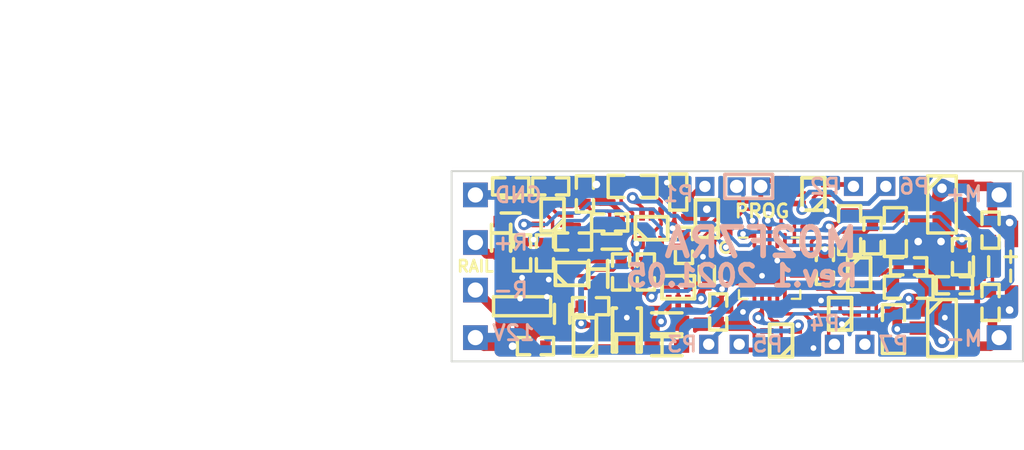
<source format=kicad_pcb>
(kicad_pcb (version 20171130) (host pcbnew "(5.1.9)-1")
  (layers (0 F.Cu signal) (31 B.Cu signal) (34 B.Paste user) (35 F.Paste user) (36 B.SilkS user) (37 F.SilkS user) (38 B.Mask user) (39 F.Mask user) (44 Edge.Cuts user))
  (net 0 "")
  (net 1 +12V)
  (net 2 GND)
  (net 3 +5V)
  (net 4 MOTOR+)
  (net 5 MOTOR-)
  (net 6 VRAIL+)
  (net 7 VRAIL-)
  (net 8 RAIL+)
  (net 9 RAIL-)
  (net 10 "Net-(D3-Pad1)")
  (net 11 "Net-(J12-Pad1)")
  (net 12 "Net-(J13-Pad1)")
  (net 13 "Net-(J14-Pad1)")
  (net 14 "Net-(J15-Pad1)")
  (net 15 "Net-(J16-Pad1)")
  (net 16 "Net-(J17-Pad1)")
  (net 17 "Net-(J18-Pad1)")
  (net 18 UPDI)
  (net 19 REV)
  (net 20 "Net-(Q1-Pad3)")
  (net 21 "Net-(Q2-Pad3)")
  (net 22 FWD)
  (net 23 "Net-(Q3-Pad2)")
  (net 24 "Net-(Q3-Pad4)")
  (net 25 "Net-(Q3-Pad1)")
  (net 26 "Net-(Q6-Pad2)")
  (net 27 "Net-(Q6-Pad3)")
  (net 28 "Net-(Q6-Pad5)")
  (net 29 "Net-(Q8-Pad2)")
  (net 30 Func1)
  (net 31 Func7)
  (net 32 Func4)
  (net 33 Func3)
  (net 34 Func5)
  (net 35 Func6)
  (net 36 Func2)
  (net 37 "Net-(Q21-Pad2)")
  (net 38 "Net-(Q21-Pad3)")
  (net 39 "Net-(Q21-Pad5)")
  (net 40 "Net-(Q21-Pad6)")
  (net 41 ABC+)
  (net 42 "Net-(Q22-Pad5)")
  (net 43 ABC-)
  (net 44 "Net-(Q22-Pad2)")
  (net 45 "Net-(R1-Pad2)")
  (net 46 "Net-(R18-Pad1)")
  (net 47 PWM)
  (net 48 "Net-(R10-Pad1)")
  (net 49 BEMF)
  (net 50 TXD)
  (net 51 DIR_JP)
  (module footprint:C_1005_v2 (layer F.Cu) (at 135.8 97.5 90)
    (fp_text reference C1 hide)
    (fp_text value 104 hide)
    (pad 2 smd rect (at 0.525 0 90) (size 0.5 0.5) (layers F.Cu F.Paste F.Mask) (net 2 GND))
    (pad 1 smd rect (at -0.525 0 90) (size 0.5 0.5) (layers F.Cu F.Paste F.Mask) (net 1 +12V))
  )
  (module footprint:UMD2 (layer F.Cu) (at 139.2 98.2 270)
    (fp_text reference D3 hide)
    (fp_text value UDZV5.6B hide)
    (pad 2 smd rect (at -1.05 0 270) (size 0.8 0.9) (layers F.Cu F.Paste F.Mask) (net 2 GND))
    (pad 1 smd rect (at 1.05 0 270) (size 0.8 0.9) (layers F.Cu F.Paste F.Mask) (net 10 "Net-(D3-Pad1)"))
  )
  (module footprint:R_1608_v2 (layer F.Cu) (at 139.5 90.8 180)
    (fp_text reference R14 hide)
    (fp_text value 220 hide)
    (pad 1 smd rect (at -0.825 0 180) (size 0.65 0.9) (layers F.Cu F.Paste F.Mask) (net 26 "Net-(Q6-Pad2)"))
    (pad 2 smd rect (at 0.825 0 180) (size 0.65 0.9) (layers F.Cu F.Paste F.Mask) (net 3 +5V))
  )
  (module footprint:SOT-666-nomark (layer F.Cu) (at 140.5 93 90)
    (fp_text reference Q6 hide)
    (fp_text value PMBT3906VS hide)
    (pad 6 smd rect (at 0.75 -0.5) (size 0.3 0.7) (layers F.Cu F.Paste F.Mask) (net 28 "Net-(Q6-Pad5)"))
    (pad 5 smd rect (at 0.75 0) (size 0.3 0.7) (layers F.Cu F.Paste F.Mask) (net 28 "Net-(Q6-Pad5)"))
    (pad 4 smd rect (at 0.75 0.5) (size 0.3 0.7) (layers F.Cu F.Paste F.Mask) (net 26 "Net-(Q6-Pad2)"))
    (pad 3 smd rect (at -0.75 0.5) (size 0.3 0.7) (layers F.Cu F.Paste F.Mask) (net 27 "Net-(Q6-Pad3)"))
    (pad 2 smd rect (at -0.75 0) (size 0.3 0.7) (layers F.Cu F.Paste F.Mask) (net 26 "Net-(Q6-Pad2)"))
    (pad 1 smd rect (at -0.75 -0.5) (size 0.3 0.7) (layers F.Cu F.Paste F.Mask) (net 3 +5V))
  )
  (module footprint:R_1005 (layer F.Cu) (at 140.2 95.3 90)
    (fp_text reference R38 hide)
    (fp_text value 103 hide)
    (pad 1 smd rect (at -0.525 0 90) (size 0.55 0.6) (layers F.Cu F.Paste F.Mask) (net 42 "Net-(Q22-Pad5)"))
    (pad 2 smd rect (at 0.525 0 90) (size 0.55 0.6) (layers F.Cu F.Paste F.Mask) (net 38 "Net-(Q21-Pad3)"))
  )
  (module footprint:R_1005 (layer F.Cu) (at 138.9 95.3 270)
    (fp_text reference R15 hide)
    (fp_text value 682 hide)
    (pad 1 smd rect (at -0.525 0 270) (size 0.55 0.6) (layers F.Cu F.Paste F.Mask) (net 27 "Net-(Q6-Pad3)"))
    (pad 2 smd rect (at 0.525 0 270) (size 0.55 0.6) (layers F.Cu F.Paste F.Mask) (net 29 "Net-(Q8-Pad2)"))
  )
  (module footprint:C_1608 (layer F.Cu) (at 141.3 98)
    (fp_text reference C3 hide)
    (fp_text value 226 hide)
    (pad 1 smd rect (at -0.775 0) (size 0.8 0.8) (layers F.Cu F.Paste F.Mask) (net 3 +5V))
    (pad 2 smd rect (at 0.775 0) (size 0.8 0.8) (layers F.Cu F.Paste F.Mask) (net 2 GND))
  )
  (module footprint:CP_1608 (layer F.Cu) (at 141.3 99.2)
    (fp_text reference C4 hide)
    (fp_text value 476 hide)
    (pad 1 smd rect (at -0.775 0) (size 0.8 0.7) (layers F.Cu F.Paste F.Mask) (net 3 +5V))
    (pad 2 smd rect (at 0.775 0) (size 0.8 0.7) (layers F.Cu F.Paste F.Mask) (net 2 GND))
  )
  (module footprint:C_1005_v2 (layer F.Cu) (at 143.4 95.5 90)
    (fp_text reference C5 hide)
    (fp_text value 104 hide)
    (pad 2 smd rect (at 0.525 0 90) (size 0.5 0.5) (layers F.Cu F.Paste F.Mask) (net 2 GND))
    (pad 1 smd rect (at -0.525 0 90) (size 0.5 0.5) (layers F.Cu F.Paste F.Mask) (net 3 +5V))
  )
  (module footprint:C_1005_v2 (layer F.Cu) (at 157.8 95 270)
    (fp_text reference C7 hide)
    (fp_text value 182 hide)
    (pad 1 smd rect (at -0.525 0 270) (size 0.5 0.5) (layers F.Cu F.Paste F.Mask) (net 4 MOTOR+))
    (pad 2 smd rect (at 0.525 0 270) (size 0.5 0.5) (layers F.Cu F.Paste F.Mask) (net 5 MOTOR-))
  )
  (module footprint:C_1005_v2 (layer F.Cu) (at 133.1 91.8 180)
    (fp_text reference C11 hide)
    (fp_text value 105 hide)
    (pad 2 smd rect (at 0.525 0 180) (size 0.55 0.5) (layers F.Cu F.Paste F.Mask) (net 2 GND))
    (pad 1 smd rect (at -0.525 0 180) (size 0.5 0.5) (layers F.Cu F.Paste F.Mask) (net 6 VRAIL+))
  )
  (module footprint:C_1005_v2 (layer F.Cu) (at 138.4 93.7)
    (fp_text reference C12 hide)
    (fp_text value 105 hide)
    (pad 2 smd rect (at 0.525 0) (size 0.5 0.5) (layers F.Cu F.Paste F.Mask) (net 2 GND))
    (pad 1 smd rect (at -0.525 0) (size 0.5 0.5) (layers F.Cu F.Paste F.Mask) (net 7 VRAIL-))
  )
  (module footprint:SOT-143 (layer F.Cu) (at 133.7 97.1 180)
    (fp_text reference D1 hide)
    (fp_text value BAS3007)
    (pad 1 smd rect (at -0.8 1 180) (size 1.2 0.9) (layers F.Cu F.Paste F.Mask) (net 2 GND))
    (pad 2 smd rect (at 1 1 180) (size 0.8 0.9) (layers F.Cu F.Paste F.Mask) (net 8 RAIL+))
    (pad 3 smd rect (at 1 -1 180) (size 0.8 0.9) (layers F.Cu F.Paste F.Mask) (net 9 RAIL-))
    (pad 4 smd rect (at -1 -1 180) (size 0.8 0.9) (layers F.Cu F.Paste F.Mask) (net 1 +12V))
  )
  (module footprint:EMD2_small (layer F.Cu) (at 132.6 93.5 90)
    (fp_text reference D21 hide)
    (fp_text value BAT43XV2 hide)
    (pad 2 smd rect (at -0.85 0 90) (size 0.6 0.8) (layers F.Cu F.Paste F.Mask) (net 8 RAIL+))
    (pad 1 smd rect (at 0.85 0 90) (size 0.6 0.8) (layers F.Cu F.Paste F.Mask) (net 6 VRAIL+))
  )
  (module footprint:PAD_1.3x1.3_Hole0.8 (layer F.Cu) (at 131.25 93.75)
    (fp_text reference P1 hide)
    (fp_text value PAD hide)
    (pad 1 thru_hole rect (at 0 0) (size 1.3 1.3) (drill 0.8) (layers *.Cu *.Mask) (net 8 RAIL+))
  )
  (module footprint:PAD_1.3x1.3_Hole0.8 (layer F.Cu) (at 131.25 96.25)
    (fp_text reference P3 hide)
    (fp_text value PAD hide)
    (pad 1 thru_hole rect (at 0 0) (size 1.3 1.3) (drill 0.8) (layers *.Cu *.Mask) (net 9 RAIL-))
  )
  (module footprint:PAD_1.3x1.3_Hole0.8 (layer F.Cu) (at 158.75 91.25)
    (fp_text reference P5 hide)
    (fp_text value PAD hide)
    (pad 1 thru_hole rect (at 0 0) (size 1.3 1.3) (drill 0.8) (layers *.Cu *.Mask) (net 4 MOTOR+))
  )
  (module footprint:PAD_1.3x1.3_Hole0.8 (layer F.Cu) (at 158.75 98.75)
    (fp_text reference P6 hide)
    (fp_text value PAD hide)
    (pad 1 thru_hole rect (at 0 0) (size 1.3 1.3) (drill 0.8) (layers *.Cu *.Mask) (net 5 MOTOR-))
  )
  (module footprint:PAD_1.3x1.3_Hole0.8 (layer F.Cu) (at 131.25 98.75)
    (fp_text reference P7 hide)
    (fp_text value PAD hide)
    (pad 1 thru_hole rect (at 0 0) (size 1.3 1.3) (drill 0.8) (layers *.Cu *.Mask) (net 1 +12V))
  )
  (module footprint:PAD_1.3x1.3_Hole0.8 (layer F.Cu) (at 131.25 91.25)
    (fp_text reference P8 hide)
    (fp_text value PAD hide)
    (pad 1 thru_hole rect (at 0 0) (size 1.3 1.3) (drill 0.8) (layers *.Cu *.Mask) (net 2 GND))
  )
  (module footprint:PAD_PROG_2PIN_HOLE0.7 (layer F.Cu) (at 145.6 90.8)
    (fp_text reference P9 hide)
    (fp_text value PROG hide)
    (pad 1 thru_hole rect (at -0.635 0) (size 0.95 0.95) (drill 0.7) (layers *.Cu *.Mask) (net 18 UPDI))
    (pad 2 thru_hole rect (at 0.635 0) (size 0.95 0.95) (drill 0.7) (layers *.Cu *.Mask) (net 2 GND))
  )
  (module footprint:SOT-23-6 (layer F.Cu) (at 155.75 91.75 270)
    (fp_text reference Q1 hide)
    (fp_text value DMG6601LVT hide)
    (pad 1 smd rect (at -0.95 1.2 270) (size 0.7 1) (layers F.Cu F.Paste F.Mask) (net 19 REV))
    (pad 2 smd rect (at 0 1.2 270) (size 0.7 1) (layers F.Cu F.Paste F.Mask) (net 1 +12V))
    (pad 3 smd rect (at 0.95 1.2 270) (size 0.7 1) (layers F.Cu F.Paste F.Mask) (net 20 "Net-(Q1-Pad3)"))
    (pad 4 smd rect (at 0.95 -1.2 270) (size 0.7 1) (layers F.Cu F.Paste F.Mask) (net 4 MOTOR+))
    (pad 5 smd rect (at 0 -1.2 270) (size 0.7 1) (layers F.Cu F.Paste F.Mask) (net 2 GND))
    (pad 6 smd rect (at -0.95 -1.2 270) (size 0.7 1) (layers F.Cu F.Paste F.Mask) (net 4 MOTOR+))
  )
  (module footprint:SOT-23-6 (layer F.Cu) (at 155.75 98.25 270)
    (fp_text reference Q2 hide)
    (fp_text value DMG6601LVT hide)
    (pad 6 smd rect (at -0.95 -1.2 270) (size 0.7 1) (layers F.Cu F.Paste F.Mask) (net 5 MOTOR-))
    (pad 5 smd rect (at 0 -1.2 270) (size 0.7 1) (layers F.Cu F.Paste F.Mask) (net 2 GND))
    (pad 4 smd rect (at 0.95 -1.2 270) (size 0.7 1) (layers F.Cu F.Paste F.Mask) (net 5 MOTOR-))
    (pad 3 smd rect (at 0.95 1.2 270) (size 0.7 1) (layers F.Cu F.Paste F.Mask) (net 21 "Net-(Q2-Pad3)"))
    (pad 2 smd rect (at 0 1.2 270) (size 0.7 1) (layers F.Cu F.Paste F.Mask) (net 1 +12V))
    (pad 1 smd rect (at -0.95 1.2 270) (size 0.7 1) (layers F.Cu F.Paste F.Mask) (net 22 FWD))
  )
  (module footprint:SOT-666-nomark (layer F.Cu) (at 151.4 95.4)
    (fp_text reference Q3 hide)
    (fp_text value PMBT3904VS hide)
    (pad 6 smd rect (at 0.75 -0.5 270) (size 0.3 0.7) (layers F.Cu F.Paste F.Mask) (net 20 "Net-(Q1-Pad3)"))
    (pad 5 smd rect (at 0.75 0 270) (size 0.3 0.7) (layers F.Cu F.Paste F.Mask) (net 23 "Net-(Q3-Pad2)"))
    (pad 4 smd rect (at 0.75 0.5 270) (size 0.3 0.7) (layers F.Cu F.Paste F.Mask) (net 24 "Net-(Q3-Pad4)"))
    (pad 3 smd rect (at -0.75 0.5 270) (size 0.3 0.7) (layers F.Cu F.Paste F.Mask) (net 21 "Net-(Q2-Pad3)"))
    (pad 2 smd rect (at -0.75 0 270) (size 0.3 0.7) (layers F.Cu F.Paste F.Mask) (net 23 "Net-(Q3-Pad2)"))
    (pad 1 smd rect (at -0.75 -0.5 270) (size 0.3 0.7) (layers F.Cu F.Paste F.Mask) (net 25 "Net-(Q3-Pad1)"))
  )
  (module footprint:SC-70_v2 (layer F.Cu) (at 137 98.7 90)
    (fp_text reference Q5 hide)
    (fp_text value 2SC4116 hide)
    (pad 3 smd rect (at 0 -0.95 90) (size 0.5 0.8) (layers F.Cu F.Paste F.Mask) (net 1 +12V))
    (pad 2 smd rect (at 0.65 0.95 90) (size 0.5 0.8) (layers F.Cu F.Paste F.Mask) (net 3 +5V))
    (pad 1 smd rect (at -0.65 0.95 90) (size 0.5 0.8) (layers F.Cu F.Paste F.Mask) (net 10 "Net-(D3-Pad1)"))
  )
  (module footprint:SOT-666-nomark (layer F.Cu) (at 136.3 95.4 90)
    (fp_text reference Q8 hide)
    (fp_text value PMBT3904VS hide)
    (pad 6 smd rect (at 0.75 -0.5) (size 0.3 0.7) (layers F.Cu F.Paste F.Mask) (net 8 RAIL+))
    (pad 5 smd rect (at 0.75 0) (size 0.3 0.7) (layers F.Cu F.Paste F.Mask) (net 27 "Net-(Q6-Pad3)"))
    (pad 4 smd rect (at 0.75 0.5) (size 0.3 0.7) (layers F.Cu F.Paste F.Mask) (net 27 "Net-(Q6-Pad3)"))
    (pad 3 smd rect (at -0.75 0.5) (size 0.3 0.7) (layers F.Cu F.Paste F.Mask) (net 9 RAIL-))
    (pad 2 smd rect (at -0.75 0) (size 0.3 0.7) (layers F.Cu F.Paste F.Mask) (net 29 "Net-(Q8-Pad2)"))
    (pad 1 smd rect (at -0.75 -0.5) (size 0.3 0.7) (layers F.Cu F.Paste F.Mask) (net 2 GND))
  )
  (module footprint:SC-70_v2 (layer F.Cu) (at 143.4 92.5 90)
    (fp_text reference Q11 hide)
    (fp_text value SSM3K7002BFU hide)
    (pad 1 smd rect (at -0.65 0.95 90) (size 0.5 0.8) (layers F.Cu F.Paste F.Mask) (net 30 Func1))
    (pad 2 smd rect (at 0.65 0.95 90) (size 0.5 0.8) (layers F.Cu F.Paste F.Mask) (net 2 GND))
    (pad 3 smd rect (at 0 -0.95 90) (size 0.5 0.8) (layers F.Cu F.Paste F.Mask) (net 11 "Net-(J12-Pad1)"))
  )
  (module footprint:SOT-666-nomark (layer F.Cu) (at 150.4 97.5 180)
    (fp_text reference Q12 hide)
    (fp_text value SSM6N7002BFE hide)
    (pad 6 smd rect (at 0.75 -0.5 90) (size 0.3 0.7) (layers F.Cu F.Paste F.Mask) (net 12 "Net-(J13-Pad1)"))
    (pad 5 smd rect (at 0.75 0 90) (size 0.3 0.7) (layers F.Cu F.Paste F.Mask) (net 31 Func7))
    (pad 4 smd rect (at 0.75 0.5 90) (size 0.3 0.7) (layers F.Cu F.Paste F.Mask) (net 2 GND))
    (pad 3 smd rect (at -0.75 0.5 90) (size 0.3 0.7) (layers F.Cu F.Paste F.Mask) (net 17 "Net-(J18-Pad1)"))
    (pad 2 smd rect (at -0.75 0 90) (size 0.3 0.7) (layers F.Cu F.Paste F.Mask) (net 32 Func4))
    (pad 1 smd rect (at -0.75 -0.5 90) (size 0.3 0.7) (layers F.Cu F.Paste F.Mask) (net 2 GND))
  )
  (module footprint:SOT-666-nomark (layer F.Cu) (at 147.3 98.9 180)
    (fp_text reference Q13 hide)
    (fp_text value SSM6N7002BFE hide)
    (pad 6 smd rect (at 0.75 -0.5 90) (size 0.3 0.7) (layers F.Cu F.Paste F.Mask) (net 13 "Net-(J14-Pad1)"))
    (pad 5 smd rect (at 0.75 0 90) (size 0.3 0.7) (layers F.Cu F.Paste F.Mask) (net 33 Func3))
    (pad 4 smd rect (at 0.75 0.5 90) (size 0.3 0.7) (layers F.Cu F.Paste F.Mask) (net 2 GND))
    (pad 3 smd rect (at -0.75 0.5 90) (size 0.3 0.7) (layers F.Cu F.Paste F.Mask) (net 14 "Net-(J15-Pad1)"))
    (pad 2 smd rect (at -0.75 0 90) (size 0.3 0.7) (layers F.Cu F.Paste F.Mask) (net 34 Func5))
    (pad 1 smd rect (at -0.75 -0.5 90) (size 0.3 0.7) (layers F.Cu F.Paste F.Mask) (net 2 GND))
  )
  (module footprint:SOT-666-nomark (layer F.Cu) (at 149 91.2 180)
    (fp_text reference Q14 hide)
    (fp_text value SSM6N7002BFE hide)
    (pad 1 smd rect (at -0.75 -0.5 90) (size 0.3 0.7) (layers F.Cu F.Paste F.Mask) (net 2 GND))
    (pad 2 smd rect (at -0.75 0 90) (size 0.3 0.7) (layers F.Cu F.Paste F.Mask) (net 35 Func6))
    (pad 3 smd rect (at -0.75 0.5 90) (size 0.3 0.7) (layers F.Cu F.Paste F.Mask) (net 16 "Net-(J17-Pad1)"))
    (pad 4 smd rect (at 0.75 0.5 90) (size 0.3 0.7) (layers F.Cu F.Paste F.Mask) (net 2 GND))
    (pad 5 smd rect (at 0.75 0 90) (size 0.3 0.7) (layers F.Cu F.Paste F.Mask) (net 36 Func2))
    (pad 6 smd rect (at 0.75 -0.5 90) (size 0.3 0.7) (layers F.Cu F.Paste F.Mask) (net 15 "Net-(J16-Pad1)"))
  )
  (module footprint:SOT-666-nomark (layer F.Cu) (at 135.3 92.3 180)
    (fp_text reference Q21 hide)
    (fp_text value PMBT3906VS hide)
    (pad 1 smd rect (at -0.75 -0.5 90) (size 0.3 0.7) (layers F.Cu F.Paste F.Mask) (net 7 VRAIL-))
    (pad 2 smd rect (at -0.75 0 90) (size 0.3 0.7) (layers F.Cu F.Paste F.Mask) (net 37 "Net-(Q21-Pad2)"))
    (pad 3 smd rect (at -0.75 0.5 90) (size 0.3 0.7) (layers F.Cu F.Paste F.Mask) (net 38 "Net-(Q21-Pad3)"))
    (pad 4 smd rect (at 0.75 0.5 90) (size 0.3 0.7) (layers F.Cu F.Paste F.Mask) (net 6 VRAIL+))
    (pad 5 smd rect (at 0.75 0 90) (size 0.3 0.7) (layers F.Cu F.Paste F.Mask) (net 39 "Net-(Q21-Pad5)"))
    (pad 6 smd rect (at 0.75 -0.5 90) (size 0.3 0.7) (layers F.Cu F.Paste F.Mask) (net 40 "Net-(Q21-Pad6)"))
  )
  (module footprint:SOT-666-nomark (layer F.Cu) (at 141.9 96.1 270)
    (fp_text reference Q22 hide)
    (fp_text value SSM6N7002BFE hide)
    (pad 1 smd rect (at -0.75 -0.5 180) (size 0.3 0.7) (layers F.Cu F.Paste F.Mask) (net 2 GND))
    (pad 2 smd rect (at -0.75 0 180) (size 0.3 0.7) (layers F.Cu F.Paste F.Mask) (net 44 "Net-(Q22-Pad2)"))
    (pad 3 smd rect (at -0.75 0.5 180) (size 0.3 0.7) (layers F.Cu F.Paste F.Mask) (net 43 ABC-))
    (pad 4 smd rect (at 0.75 0.5 180) (size 0.3 0.7) (layers F.Cu F.Paste F.Mask) (net 2 GND))
    (pad 5 smd rect (at 0.75 0 180) (size 0.3 0.7) (layers F.Cu F.Paste F.Mask) (net 42 "Net-(Q22-Pad5)"))
    (pad 6 smd rect (at 0.75 -0.5 180) (size 0.3 0.7) (layers F.Cu F.Paste F.Mask) (net 41 ABC+))
  )
  (module footprint:R_1005 (layer F.Cu) (at 134.9 94.3 90)
    (fp_text reference R1 hide)
    (fp_text value 104 hide)
    (pad 1 smd rect (at -0.525 0 90) (size 0.55 0.6) (layers F.Cu F.Paste F.Mask) (net 8 RAIL+))
    (pad 2 smd rect (at 0.525 0 90) (size 0.55 0.6) (layers F.Cu F.Paste F.Mask) (net 45 "Net-(R1-Pad2)"))
  )
  (module footprint:R_1005 (layer F.Cu) (at 137.3 97.1)
    (fp_text reference R2 hide)
    (fp_text value 104 hide)
    (pad 1 smd rect (at -0.525 0) (size 0.55 0.6) (layers F.Cu F.Paste F.Mask) (net 9 RAIL-))
    (pad 2 smd rect (at 0.525 0) (size 0.55 0.6) (layers F.Cu F.Paste F.Mask) (net 46 "Net-(R18-Pad1)"))
  )
  (module footprint:R_1608_v2 (layer F.Cu) (at 153.3 93.2 270)
    (fp_text reference R3 hide)
    (fp_text value 102 hide)
    (pad 1 smd rect (at -0.825 0 270) (size 0.65 0.9) (layers F.Cu F.Paste F.Mask) (net 1 +12V))
    (pad 2 smd rect (at 0.825 0 270) (size 0.65 0.9) (layers F.Cu F.Paste F.Mask) (net 20 "Net-(Q1-Pad3)"))
  )
  (module footprint:R_1608_v2 (layer F.Cu) (at 153.2 98.3 270)
    (fp_text reference R4 hide)
    (fp_text value 102 hide)
    (pad 2 smd rect (at 0.825 0 270) (size 0.65 0.9) (layers F.Cu F.Paste F.Mask) (net 21 "Net-(Q2-Pad3)"))
    (pad 1 smd rect (at -0.825 0 270) (size 0.65 0.9) (layers F.Cu F.Paste F.Mask) (net 1 +12V))
  )
  (module footprint:R_1608_v2 (layer F.Cu) (at 150.9 93.1 90)
    (fp_text reference R5 hide)
    (fp_text value 331 hide)
    (pad 1 smd rect (at -0.825 0 90) (size 0.65 0.9) (layers F.Cu F.Paste F.Mask) (net 25 "Net-(Q3-Pad1)"))
    (pad 2 smd rect (at 0.825 0 90) (size 0.65 0.9) (layers F.Cu F.Paste F.Mask) (net 19 REV))
  )
  (module footprint:R_1608_v2 (layer F.Cu) (at 154 96.1)
    (fp_text reference R6 hide)
    (fp_text value 331 hide)
    (pad 1 smd rect (at -0.825 0) (size 0.65 0.9) (layers F.Cu F.Paste F.Mask) (net 24 "Net-(Q3-Pad4)"))
    (pad 2 smd rect (at 0.825 0) (size 0.65 0.9) (layers F.Cu F.Paste F.Mask) (net 22 FWD))
  )
  (module footprint:R_1005 (layer F.Cu) (at 152.1 93.4 270)
    (fp_text reference R7 hide)
    (fp_text value 102 hide)
    (pad 1 smd rect (at -0.525 0 270) (size 0.55 0.6) (layers F.Cu F.Paste F.Mask) (net 47 PWM))
    (pad 2 smd rect (at 0.525 0 270) (size 0.55 0.6) (layers F.Cu F.Paste F.Mask) (net 23 "Net-(Q3-Pad2)"))
  )
  (module footprint:R_1005 (layer F.Cu) (at 154 95)
    (fp_text reference R8 hide)
    (fp_text value 102 hide)
    (pad 2 smd rect (at 0.525 0) (size 0.55 0.6) (layers F.Cu F.Paste F.Mask) (net 2 GND))
    (pad 1 smd rect (at -0.525 0) (size 0.55 0.6) (layers F.Cu F.Paste F.Mask) (net 23 "Net-(Q3-Pad2)"))
  )
  (module footprint:R_1005 (layer F.Cu) (at 156.75 94.5 270)
    (fp_text reference R11 hide)
    (fp_text value 102 hide)
    (pad 2 smd rect (at 0.525 0 270) (size 0.55 0.6) (layers F.Cu F.Paste F.Mask) (net 48 "Net-(R10-Pad1)"))
    (pad 1 smd rect (at -0.525 0 270) (size 0.55 0.6) (layers F.Cu F.Paste F.Mask) (net 49 BEMF))
  )
  (module footprint:R_1005 (layer F.Cu) (at 149.6 95 270)
    (fp_text reference R13 hide)
    (fp_text value 103 hide)
    (pad 1 smd rect (at -0.525 0 270) (size 0.55 0.6) (layers F.Cu F.Paste F.Mask) (net 28 "Net-(Q6-Pad5)"))
    (pad 2 smd rect (at 0.525 0 270) (size 0.55 0.6) (layers F.Cu F.Paste F.Mask) (net 50 TXD))
  )
  (module footprint:R_1005 (layer F.Cu) (at 156.4 96 180)
    (fp_text reference R16 hide)
    (fp_text value 103 hide)
    (pad 1 smd rect (at -0.525 0 180) (size 0.55 0.6) (layers F.Cu F.Paste F.Mask) (net 48 "Net-(R10-Pad1)"))
    (pad 2 smd rect (at 0.525 0 180) (size 0.55 0.6) (layers F.Cu F.Paste F.Mask) (net 2 GND))
  )
  (module footprint:R_1005 (layer F.Cu) (at 133.7 94.3 270)
    (fp_text reference R17 hide)
    (fp_text value 104 hide)
    (pad 2 smd rect (at 0.525 0 270) (size 0.55 0.6) (layers F.Cu F.Paste F.Mask) (net 2 GND))
    (pad 1 smd rect (at -0.525 0 270) (size 0.55 0.6) (layers F.Cu F.Paste F.Mask) (net 45 "Net-(R1-Pad2)"))
  )
  (module footprint:R_1005 (layer F.Cu) (at 144 97.4 270)
    (fp_text reference R18 hide)
    (fp_text value 104 hide)
    (pad 2 smd rect (at 0.525 0 270) (size 0.55 0.6) (layers F.Cu F.Paste F.Mask) (net 2 GND))
    (pad 1 smd rect (at -0.525 0 270) (size 0.55 0.6) (layers F.Cu F.Paste F.Mask) (net 46 "Net-(R18-Pad1)"))
  )
  (module footprint:R_1005 (layer F.Cu) (at 135.2 90.8 180)
    (fp_text reference R31 hide)
    (fp_text value 102 hide)
    (pad 2 smd rect (at 0.525 0 180) (size 0.55 0.6) (layers F.Cu F.Paste F.Mask) (net 6 VRAIL+))
    (pad 1 smd rect (at -0.525 0 180) (size 0.55 0.6) (layers F.Cu F.Paste F.Mask) (net 37 "Net-(Q21-Pad2)"))
  )
  (module footprint:R_1005 (layer F.Cu) (at 133.1 90.8 180)
    (fp_text reference R32 hide)
    (fp_text value 103 hide)
    (pad 1 smd rect (at -0.525 0 180) (size 0.55 0.6) (layers F.Cu F.Paste F.Mask) (net 6 VRAIL+))
    (pad 2 smd rect (at 0.525 0 180) (size 0.55 0.6) (layers F.Cu F.Paste F.Mask) (net 2 GND))
  )
  (module footprint:R_1005 (layer F.Cu) (at 141.9 91.1 90)
    (fp_text reference R33 hide)
    (fp_text value 472 hide)
    (pad 2 smd rect (at 0.525 0 90) (size 0.55 0.6) (layers F.Cu F.Paste F.Mask) (net 2 GND))
    (pad 1 smd rect (at -0.525 0 90) (size 0.55 0.6) (layers F.Cu F.Paste F.Mask) (net 40 "Net-(Q21-Pad6)"))
  )
  (module footprint:R_1005 (layer F.Cu) (at 142.2 93.9 90)
    (fp_text reference R34 hide)
    (fp_text value 103 hide)
    (pad 1 smd rect (at -0.525 0 90) (size 0.55 0.6) (layers F.Cu F.Paste F.Mask) (net 44 "Net-(Q22-Pad2)"))
    (pad 2 smd rect (at 0.525 0 90) (size 0.55 0.6) (layers F.Cu F.Paste F.Mask) (net 40 "Net-(Q21-Pad6)"))
  )
  (module footprint:R_1005 (layer F.Cu) (at 136.4 93.7)
    (fp_text reference R35 hide)
    (fp_text value 102 hide)
    (pad 1 smd rect (at -0.525 0) (size 0.55 0.6) (layers F.Cu F.Paste F.Mask) (net 39 "Net-(Q21-Pad5)"))
    (pad 2 smd rect (at 0.525 0) (size 0.55 0.6) (layers F.Cu F.Paste F.Mask) (net 7 VRAIL-))
  )
  (module footprint:R_1005 (layer F.Cu) (at 138.3 92.7)
    (fp_text reference R36 hide)
    (fp_text value 103 hide)
    (pad 2 smd rect (at 0.525 0) (size 0.55 0.6) (layers F.Cu F.Paste F.Mask) (net 2 GND))
    (pad 1 smd rect (at -0.525 0) (size 0.55 0.6) (layers F.Cu F.Paste F.Mask) (net 7 VRAIL-))
  )
  (module footprint:R_1005 (layer F.Cu) (at 137 91.2 90)
    (fp_text reference R37 hide)
    (fp_text value 472 hide)
    (pad 1 smd rect (at -0.525 0 90) (size 0.55 0.6) (layers F.Cu F.Paste F.Mask) (net 38 "Net-(Q21-Pad3)"))
    (pad 2 smd rect (at 0.525 0 90) (size 0.55 0.6) (layers F.Cu F.Paste F.Mask) (net 2 GND))
  )
  (module footprint:VQFN-20-1EP_3x3mm_P0.4mm_EP1.7x1.7mm (layer F.Cu) (at 146.7 95.1)
    (fp_text reference U2 hide)
    (fp_text value ATtiny1606-M hide)
    (pad 1 smd custom (at -1.45 -0.8) (size 0.143431 0.143431) (layers F.Cu F.Paste F.Mask) (net 45 "Net-(R1-Pad2)") (options (clearance outline) (anchor circle)) (primitives (gr_poly (pts (xy -0.35 -0.05) (xy 0.299289 -0.05) (xy 0.35 0.000711) (xy 0.35 0.05) (xy -0.35 0.05)) (width 0.1))))
    (pad 2 smd roundrect (at -1.45 -0.4) (size 0.8 0.2) (layers F.Cu F.Paste F.Mask) (net 30 Func1))
    (pad 3 smd roundrect (at -1.45 0) (size 0.8 0.2) (layers F.Cu F.Paste F.Mask) (net 2 GND))
    (pad 4 smd roundrect (at -1.45 0.4) (size 0.8 0.2) (layers F.Cu F.Paste F.Mask) (net 3 +5V))
    (pad 5 smd custom (at -1.45 0.8) (size 0.143431 0.143431) (layers F.Cu F.Paste F.Mask) (net 46 "Net-(R18-Pad1)") (options (clearance outline) (anchor circle)) (primitives (gr_poly (pts (xy -0.35 -0.05) (xy 0.35 -0.05) (xy 0.35 -0.000711) (xy 0.299289 0.05) (xy -0.35 0.05)) (width 0.1))))
    (pad 6 smd custom (at -0.8 1.45) (size 0.143431 0.143431) (layers F.Cu F.Paste F.Mask) (net 41 ABC+) (options (clearance outline) (anchor circle)) (primitives (gr_poly (pts (xy -0.05 -0.299289) (xy 0.000711 -0.35) (xy 0.05 -0.35) (xy 0.05 0.35) (xy -0.05 0.35)) (width 0.1))))
    (pad 7 smd roundrect (at -0.4 1.45) (size 0.2 0.8) (layers F.Cu F.Paste F.Mask) (net 22 FWD))
    (pad 8 smd roundrect (at 0 1.45) (size 0.2 0.8) (layers F.Cu F.Paste F.Mask) (net 33 Func3))
    (pad 9 smd roundrect (at 0.4 1.45) (size 0.2 0.8) (layers F.Cu F.Paste F.Mask) (net 34 Func5))
    (pad 10 smd custom (at 0.8 1.45) (size 0.143431 0.143431) (layers F.Cu F.Paste F.Mask) (net 31 Func7) (options (clearance outline) (anchor circle)) (primitives (gr_poly (pts (xy -0.05 -0.35) (xy -0.000711 -0.35) (xy 0.05 -0.299289) (xy 0.05 0.35) (xy -0.05 0.35)) (width 0.1))))
    (pad 11 smd custom (at 1.45 0.8) (size 0.143431 0.143431) (layers F.Cu F.Paste F.Mask) (net 32 Func4) (options (clearance outline) (anchor circle)) (primitives (gr_poly (pts (xy -0.35 -0.05) (xy 0.35 -0.05) (xy 0.35 0.05) (xy -0.299289 0.05) (xy -0.35 -0.000711)) (width 0.1))))
    (pad 12 smd roundrect (at 1.45 0.4) (size 0.8 0.2) (layers F.Cu F.Paste F.Mask) (net 50 TXD))
    (pad 13 smd roundrect (at 1.45 0) (size 0.8 0.2) (layers F.Cu F.Paste F.Mask) (net 51 DIR_JP))
    (pad 14 smd roundrect (at 1.45 -0.4) (size 0.8 0.2) (layers F.Cu F.Paste F.Mask) (net 47 PWM))
    (pad 15 smd custom (at 1.45 -0.8) (size 0.143431 0.143431) (layers F.Cu F.Paste F.Mask) (net 35 Func6) (options (clearance outline) (anchor circle)) (primitives (gr_poly (pts (xy -0.35 0.000711) (xy -0.299289 -0.05) (xy 0.35 -0.05) (xy 0.35 0.05) (xy -0.35 0.05)) (width 0.1))))
    (pad 16 smd custom (at 0.8 -1.45) (size 0.143431 0.143431) (layers F.Cu F.Paste F.Mask) (net 36 Func2) (options (clearance outline) (anchor circle)) (primitives (gr_poly (pts (xy -0.05 -0.35) (xy 0.05 -0.35) (xy 0.05 0.299289) (xy -0.000711 0.35) (xy -0.05 0.35)) (width 0.1))))
    (pad 17 smd roundrect (at 0.4 -1.45) (size 0.2 0.8) (layers F.Cu F.Paste F.Mask) (net 43 ABC-))
    (pad 18 smd roundrect (at 0 -1.45) (size 0.2 0.8) (layers F.Cu F.Paste F.Mask) (net 19 REV))
    (pad 19 smd roundrect (at -0.4 -1.45) (size 0.2 0.8) (layers F.Cu F.Paste F.Mask) (net 18 UPDI))
    (pad 20 smd custom (at -0.8 -1.45) (size 0.143431 0.143431) (layers F.Cu F.Paste F.Mask) (net 49 BEMF) (options (clearance outline) (anchor circle)) (primitives (gr_poly (pts (xy -0.05 -0.35) (xy 0.05 -0.35) (xy 0.05 0.35) (xy 0.000711 0.35) (xy -0.05 0.299289)) (width 0.1))))
    (pad 21 smd rect (at 0 0) (size 1.7 1.7) (layers F.Cu F.Mask) (net 2 GND))
  )
  (module footprint:PAD_1.0x1.0_Hole0.6 (layer F.Cu) (at 143.3 90.8)
    (fp_text reference J12 hide)
    (fp_text value PAD hide)
    (pad 1 thru_hole rect (at 0 0) (size 1 1) (drill 0.6) (layers *.Cu *.Mask) (net 11 "Net-(J12-Pad1)"))
  )
  (module footprint:PAD_1.0x1.0_Hole0.6 (layer F.Cu) (at 150.1 99.1)
    (fp_text reference J13 hide)
    (fp_text value PAD hide)
    (pad 1 thru_hole rect (at 0 0) (size 1 1) (drill 0.6) (layers *.Cu *.Mask) (net 12 "Net-(J13-Pad1)"))
  )
  (module footprint:PAD_1.0x1.0_Hole0.6 (layer F.Cu) (at 145.1 99.1)
    (fp_text reference J14 hide)
    (fp_text value PAD hide)
    (pad 1 thru_hole rect (at 0 0) (size 1 1) (drill 0.6) (layers *.Cu *.Mask) (net 13 "Net-(J14-Pad1)"))
  )
  (module footprint:PAD_1.0x1.0_Hole0.6 (layer F.Cu) (at 143.5 99.1)
    (fp_text reference J15 hide)
    (fp_text value PAD hide)
    (pad 1 thru_hole rect (at 0 0) (size 1 1) (drill 0.6) (layers *.Cu *.Mask) (net 14 "Net-(J15-Pad1)"))
  )
  (module footprint:PAD_1.0x1.0_Hole0.6 (layer F.Cu) (at 152.8 90.8)
    (fp_text reference J16 hide)
    (fp_text value PAD hide)
    (pad 1 thru_hole rect (at 0 0) (size 1 1) (drill 0.6) (layers *.Cu *.Mask) (net 15 "Net-(J16-Pad1)"))
  )
  (module footprint:PAD_1.0x1.0_Hole0.6 (layer F.Cu) (at 151.1 90.8)
    (fp_text reference J17 hide)
    (fp_text value PAD hide)
    (pad 1 thru_hole rect (at 0 0) (size 1 1) (drill 0.6) (layers *.Cu *.Mask) (net 16 "Net-(J17-Pad1)"))
  )
  (module footprint:PAD_1.0x1.0_Hole0.6 (layer F.Cu) (at 151.7 99.1)
    (fp_text reference J18 hide)
    (fp_text value PAD hide)
    (pad 1 thru_hole rect (at 0 0) (size 1 1) (drill 0.6) (layers *.Cu *.Mask) (net 17 "Net-(J18-Pad1)"))
  )
  (module footprint:EMD2_small (layer F.Cu) (at 137.7 95.4 90)
    (fp_text reference D22 hide)
    (fp_text value BAT43XV2 hide)
    (pad 2 smd rect (at -0.85 0 90) (size 0.6 0.8) (layers F.Cu F.Paste F.Mask) (net 9 RAIL-))
    (pad 1 smd rect (at 0.85 0 90) (size 0.6 0.8) (layers F.Cu F.Paste F.Mask) (net 7 VRAIL-))
  )
  (module footprint:R_1005 (layer F.Cu) (at 134.4 99.2)
    (fp_text reference R12 hide)
    (fp_text value 472 hide)
    (pad 1 smd rect (at -0.525 0) (size 0.55 0.6) (layers F.Cu F.Paste F.Mask) (net 1 +12V))
    (pad 2 smd rect (at 0.525 0) (size 0.55 0.6) (layers F.Cu F.Paste F.Mask) (net 10 "Net-(D3-Pad1)"))
  )
  (module footprint:R_1005 (layer F.Cu) (at 158.3 93.1 90)
    (fp_text reference R9 hide)
    (fp_text value 103 hide)
    (pad 2 smd rect (at 0.525 0 90) (size 0.55 0.6) (layers F.Cu F.Paste F.Mask) (net 4 MOTOR+))
    (pad 1 smd rect (at -0.525 0 90) (size 0.55 0.6) (layers F.Cu F.Paste F.Mask) (net 48 "Net-(R10-Pad1)"))
  )
  (module footprint:R_1005 (layer F.Cu) (at 158.3 96.9 270)
    (fp_text reference R10 hide)
    (fp_text value 103 hide)
    (pad 1 smd rect (at -0.525 0 270) (size 0.55 0.6) (layers F.Cu F.Paste F.Mask) (net 48 "Net-(R10-Pad1)"))
    (pad 2 smd rect (at 0.525 0 270) (size 0.55 0.6) (layers F.Cu F.Paste F.Mask) (net 5 MOTOR-))
  )
  (module footprint:PAD_0.7x1.4_SMD (layer F.Cu) (at 159.4 93.3)
    (fp_text reference P10 hide)
    (fp_text value PAD hide)
    (pad 1 smd rect (at 0 0) (size 0.7 1.4) (layers F.Cu F.Mask) (net 1 +12V))
  )
  (module footprint:PAD_0.7x1.4_SMD (layer F.Cu) (at 159.4 96.7 180)
    (fp_text reference P11 hide)
    (fp_text value PAD hide)
    (pad 1 smd rect (at 0 0 180) (size 0.7 1.4) (layers F.Cu F.Mask) (net 2 GND))
  )
  (gr_text PROG (at 146.3 92.1) (layer F.SilkS) (effects (font (size 0.7 0.7))))
  (gr_text - (at 159.3 95.5 90) (layer F.SilkS) (effects (font (size 0.8 0.8) (thickness 0.16))))
  (gr_text + (at 159.3 94.5 90) (layer F.SilkS) (effects (font (size 0.8 0.8) (thickness 0.16))))
  (gr_circle (center 144.4 94) (end 144.6 94.2) (layer F.SilkS) (width 0.15))
  (gr_text RAIL (at 131.25 95) (layer F.SilkS) (effects (font (size 0.6 0.6) (thickness 0.14))))
  (gr_text R+ (at 133.1 93.75) (layer B.SilkS) (effects (font (size 0.8 0.8)) (justify mirror)))
  (gr_text R- (at 133.1 96.25) (layer B.SilkS) (effects (font (size 0.8 0.8)) (justify mirror)))
  (gr_text 12V (at 133.25 98.5) (layer B.SilkS) (effects (font (size 0.8 0.8)) (justify mirror)))
  (gr_text GND (at 133.5 91.25) (layer B.SilkS) (effects (font (size 0.8 0.8)) (justify mirror)))
  (gr_text M- (at 156.9 98.8) (layer B.SilkS) (effects (font (size 0.8 0.8)) (justify mirror)))
  (gr_text M+ (at 156.9 91.2) (layer B.SilkS) (effects (font (size 0.8 0.8)) (justify mirror)))
  (gr_text P6 (at 154.3 90.8) (layer B.SilkS) (effects (font (size 0.8 0.8)) (justify mirror)))
  (gr_text P2 (at 149.6 90.8) (layer B.SilkS) (effects (font (size 0.8 0.8)) (justify mirror)))
  (gr_text P1 (at 141.9 91.2) (layer B.SilkS) (effects (font (size 0.8 0.8)) (justify mirror)))
  (gr_text P3 (at 142.1 99.1) (layer B.SilkS) (effects (font (size 0.8 0.8)) (justify mirror)))
  (gr_text P5 (at 146.6 99.1) (layer B.SilkS) (effects (font (size 0.8 0.8)) (justify mirror)))
  (gr_text P4 (at 149.6 98) (layer B.SilkS) (effects (font (size 0.8 0.8)) (justify mirror)))
  (gr_text P7 (at 153.2 99.1) (layer B.SilkS) (effects (font (size 0.8 0.8)) (justify mirror)))
  (gr_text "Rev.1 2021.05" (at 145.25 95.5) (layer B.SilkS) (effects (font (size 1.1 1.1) (thickness 0.25)) (justify mirror)))
  (gr_text M02F7RA (at 146.25 93.75) (layer B.SilkS) (effects (font (size 1.5 1.5) (thickness 0.3)) (justify mirror)))
  (gr_line (start 160 90) (end 130 90) (layer Edge.Cuts) (width 0.1))
  (gr_line (start 160 100) (end 160 90) (layer Edge.Cuts) (width 0.1))
  (gr_line (start 130 100) (end 160 100) (layer Edge.Cuts) (width 0.1))
  (gr_line (start 130 90) (end 130 100) (layer Edge.Cuts) (width 0.1))
  (via (at 155.75 90.9) (size 1) (drill 0.5) (layers F.Cu B.Cu) (net 1))
  (via (at 155.75 98.9) (size 0.8) (drill 0.4) (layers F.Cu B.Cu) (net 1))
  (segment (start 155.75 91.188002) (end 155.75 90.9) (width 0.5) (layer F.Cu) (net 1))
  (segment (start 155.188002 91.75) (end 155.75 91.188002) (width 0.5) (layer F.Cu) (net 1))
  (segment (start 154.55 91.75) (end 155.188002 91.75) (width 0.5) (layer F.Cu) (net 1))
  (segment (start 153.3 92.375) (end 153.425 92.375) (width 0.3) (layer F.Cu) (net 1))
  (segment (start 153.425 92.375) (end 153.9 91.9) (width 0.3) (layer F.Cu) (net 1))
  (segment (start 154.4 91.9) (end 154.55 91.75) (width 0.3) (layer F.Cu) (net 1))
  (segment (start 153.9 91.9) (end 154.4 91.9) (width 0.3) (layer F.Cu) (net 1))
  (segment (start 153.2 97.538002) (end 153.2 97.375) (width 0.5) (layer F.Cu) (net 1))
  (segment (start 153.4 98.1) (end 153.4 97.675) (width 0.5) (layer F.Cu) (net 1))
  (segment (start 153.4 97.675) (end 153.2 97.475) (width 0.5) (layer F.Cu) (net 1))
  (segment (start 153.55 98.25) (end 153.4 98.1) (width 0.5) (layer F.Cu) (net 1))
  (segment (start 154.55 98.25) (end 153.55 98.25) (width 0.5) (layer F.Cu) (net 1))
  (segment (start 155.8 98.85) (end 155.75 98.9) (width 0.5) (layer B.Cu) (net 1))
  (segment (start 155.3 98.4) (end 154.7 98.4) (width 0.3) (layer F.Cu) (net 1))
  (segment (start 155.75 98.85) (end 155.3 98.4) (width 0.3) (layer F.Cu) (net 1))
  (segment (start 154.7 98.4) (end 154.55 98.25) (width 0.3) (layer F.Cu) (net 1))
  (segment (start 155.75 98.9) (end 155.75 98.85) (width 0.3) (layer F.Cu) (net 1))
  (segment (start 131.25 98.75) (end 131.7 99.2) (width 0.5) (layer F.Cu) (net 1))
  (segment (start 131.7 99.2) (end 133.4 99.2) (width 0.5) (layer F.Cu) (net 1))
  (via (at 133.2 99.2) (size 0.8) (drill 0.4) (layers F.Cu B.Cu) (net 1))
  (segment (start 133.4 99.2) (end 133.2 99.2) (width 0.18) (layer F.Cu) (net 1))
  (segment (start 134.1 99.2) (end 133.2 99.2) (width 0.5) (layer B.Cu) (net 1))
  (segment (start 133.7 99.2) (end 134.1 99.2) (width 0.5) (layer B.Cu) (net 1))
  (segment (start 133.25 98.75) (end 133.7 99.2) (width 0.5) (layer B.Cu) (net 1))
  (segment (start 131.25 98.75) (end 133.25 98.75) (width 0.5) (layer B.Cu) (net 1))
  (segment (start 134.4 98) (end 134.7 98) (width 0.5) (layer F.Cu) (net 1))
  (segment (start 133.875 99.2) (end 133.2 99.2) (width 0.5) (layer F.Cu) (net 1))
  (segment (start 133.875 98.575) (end 133.85 98.55) (width 0.5) (layer F.Cu) (net 1))
  (segment (start 133.875 99.2) (end 133.875 98.575) (width 0.5) (layer F.Cu) (net 1))
  (segment (start 133.85 98.55) (end 134.4 98) (width 0.5) (layer F.Cu) (net 1))
  (segment (start 133.2 99.2) (end 133.85 98.55) (width 0.5) (layer F.Cu) (net 1))
  (segment (start 134.9 98.2) (end 134.7 98) (width 0.25) (layer F.Cu) (net 1))
  (segment (start 135.5 98.2) (end 134.9 98.2) (width 0.25) (layer F.Cu) (net 1))
  (segment (start 135.8 98.45) (end 136.05 98.7) (width 0.25) (layer F.Cu) (net 1))
  (segment (start 135.5 98.2) (end 135.8 98.2) (width 0.25) (layer F.Cu) (net 1))
  (segment (start 135.8 98.2) (end 135.8 98.45) (width 0.25) (layer F.Cu) (net 1))
  (segment (start 155.75 98.9) (end 155.75 98.85) (width 0.5) (layer B.Cu) (net 1))
  (segment (start 155.1 98.25) (end 155.75 98.9) (width 0.5) (layer B.Cu) (net 1))
  (segment (start 155.1 97.3) (end 155.1 98.25) (width 0.5) (layer B.Cu) (net 1))
  (segment (start 155.3 97.1) (end 155.1 97.3) (width 0.5) (layer B.Cu) (net 1))
  (segment (start 155.3 96.5) (end 155.3 97.1) (width 0.5) (layer B.Cu) (net 1))
  (segment (start 155.1 98.25) (end 153.55 98.25) (width 0.5) (layer B.Cu) (net 1))
  (via (at 153.4 98.3) (size 0.6) (drill 0.3) (layers F.Cu B.Cu) (net 1))
  (segment (start 155.3 96.5) (end 155.3 96) (width 0.5) (layer B.Cu) (net 1))
  (segment (start 155.3 96) (end 154.8 95.5) (width 0.5) (layer B.Cu) (net 1))
  (segment (start 153.2 95.4) (end 154.7 95.4) (width 0.5) (layer B.Cu) (net 1))
  (segment (start 152.6 96) (end 153.2 95.4) (width 0.5) (layer B.Cu) (net 1))
  (segment (start 154.7 95.4) (end 154.8 95.5) (width 0.5) (layer B.Cu) (net 1))
  (segment (start 147.5 96) (end 152.6 96) (width 0.5) (layer B.Cu) (net 1))
  (segment (start 145.15 96.35) (end 147.15 96.35) (width 0.5) (layer B.Cu) (net 1))
  (segment (start 142.2 98.3) (end 142.5 98) (width 0.5) (layer B.Cu) (net 1))
  (segment (start 147.15 96.35) (end 147.5 96) (width 0.5) (layer B.Cu) (net 1))
  (segment (start 142.2 99.1) (end 142.2 98.3) (width 0.5) (layer B.Cu) (net 1))
  (segment (start 141.9 99.4) (end 142.2 99.1) (width 0.5) (layer B.Cu) (net 1))
  (segment (start 143.5 98) (end 145.15 96.35) (width 0.5) (layer B.Cu) (net 1))
  (segment (start 142.5 98) (end 143.5 98) (width 0.5) (layer B.Cu) (net 1))
  (segment (start 134.3 99.4) (end 141.9 99.4) (width 0.5) (layer B.Cu) (net 1))
  (segment (start 134.1 99.2) (end 134.3 99.4) (width 0.5) (layer B.Cu) (net 1))
  (via (at 159.3 92.7) (size 0.8) (drill 0.4) (layers F.Cu B.Cu) (net 1))
  (segment (start 158.95 96.05) (end 158.25 96.05) (width 0.5) (layer B.Cu) (net 1))
  (segment (start 159.3 93.5) (end 159.3 95.7) (width 0.5) (layer B.Cu) (net 1))
  (segment (start 158.4 92.6) (end 159.3 93.5) (width 0.5) (layer B.Cu) (net 1))
  (segment (start 159.3 95.7) (end 158.95 96.05) (width 0.5) (layer B.Cu) (net 1))
  (segment (start 157.9 92.6) (end 158.4 92.6) (width 0.5) (layer B.Cu) (net 1))
  (segment (start 157.3 92) (end 157.9 92.6) (width 0.5) (layer B.Cu) (net 1))
  (segment (start 157.8 96.5) (end 155.3 96.5) (width 0.5) (layer B.Cu) (net 1))
  (segment (start 157.3 91.2) (end 157.3 92) (width 0.5) (layer B.Cu) (net 1))
  (segment (start 158.25 96.05) (end 157.8 96.5) (width 0.5) (layer B.Cu) (net 1))
  (segment (start 157 90.9) (end 157.3 91.2) (width 0.5) (layer B.Cu) (net 1))
  (segment (start 155.75 90.9) (end 157 90.9) (width 0.5) (layer B.Cu) (net 1))
  (segment (start 159.3 93.5) (end 159.3 92.7) (width 0.5) (layer B.Cu) (net 1))
  (segment (start 159.2 92.6) (end 159.3 92.7) (width 0.5) (layer B.Cu) (net 1))
  (segment (start 158.4 92.6) (end 159.2 92.6) (width 0.5) (layer B.Cu) (net 1))
  (segment (start 159.4 92.8) (end 159.3 92.7) (width 0.3) (layer F.Cu) (net 1))
  (segment (start 159.4 93.4) (end 159.4 92.8) (width 0.3) (layer F.Cu) (net 1))
  (segment (start 132.15 91.25) (end 131.25 91.25) (width 0.5) (layer B.Cu) (net 2))
  (segment (start 156.8 98.1) (end 156.95 98.25) (width 0.4) (layer F.Cu) (net 2))
  (segment (start 156 97.9) (end 156.2 98.1) (width 0.4) (layer F.Cu) (net 2))
  (segment (start 156.2 98.1) (end 156.8 98.1) (width 0.4) (layer F.Cu) (net 2))
  (segment (start 156.2 91.9) (end 156 92.1) (width 0.4) (layer F.Cu) (net 2))
  (segment (start 156.8 91.9) (end 156.2 91.9) (width 0.4) (layer F.Cu) (net 2))
  (segment (start 156.95 91.75) (end 156.8 91.9) (width 0.4) (layer F.Cu) (net 2))
  (segment (start 155.975 94.925) (end 156 94.9) (width 0.25) (layer F.Cu) (net 2))
  (segment (start 156.225 96) (end 156 96) (width 0.3) (layer F.Cu) (net 2))
  (segment (start 156 96) (end 156 97.9) (width 0.4) (layer F.Cu) (net 2))
  (segment (start 156 93.7) (end 155.7 93.7) (width 0.18) (layer F.Cu) (net 2))
  (segment (start 156 92.1) (end 156 93.7) (width 0.4) (layer F.Cu) (net 2))
  (segment (start 156 93.7) (end 156 94.9) (width 0.4) (layer F.Cu) (net 2))
  (via (at 155.7 93.7) (size 0.8) (drill 0.4) (layers F.Cu B.Cu) (net 2))
  (segment (start 156 95.1) (end 155.7 95.1) (width 0.18) (layer F.Cu) (net 2))
  (segment (start 156 94.9) (end 156 95.1) (width 0.4) (layer F.Cu) (net 2))
  (segment (start 156 95.1) (end 156 96) (width 0.4) (layer F.Cu) (net 2))
  (via (at 154.5 93.7) (size 0.8) (drill 0.4) (layers F.Cu B.Cu) (net 2))
  (segment (start 151.15 98) (end 150.5 98) (width 0.18) (layer F.Cu) (net 2))
  (via (at 150.492136 98.03932) (size 0.6) (drill 0.3) (layers F.Cu B.Cu) (net 2))
  (segment (start 150.5 98.031456) (end 150.492136 98.03932) (width 0.18) (layer F.Cu) (net 2))
  (segment (start 150.5 98) (end 150.5 98.031456) (width 0.18) (layer F.Cu) (net 2))
  (segment (start 149.75 91.7) (end 150 91.7) (width 0.18) (layer F.Cu) (net 2))
  (segment (start 149.75 91.7) (end 149.8 91.7) (width 0.25) (layer F.Cu) (net 2))
  (segment (start 149.8 91.7) (end 149.8 92) (width 0.25) (layer F.Cu) (net 2))
  (via (at 149.7 92.1) (size 0.6) (drill 0.3) (layers F.Cu B.Cu) (net 2))
  (segment (start 149.8 92) (end 149.8 92.1) (width 0.25) (layer F.Cu) (net 2))
  (segment (start 149.65 97) (end 149.6 97) (width 0.18) (layer F.Cu) (net 2))
  (via (at 149.4 96.8) (size 0.6) (drill 0.3) (layers F.Cu B.Cu) (net 2))
  (segment (start 149.6 97) (end 149.4 96.8) (width 0.18) (layer F.Cu) (net 2))
  (segment (start 148.8 99.3) (end 148.9 99.3) (width 0.18) (layer F.Cu) (net 2))
  (via (at 149 99.3) (size 0.6) (drill 0.3) (layers F.Cu B.Cu) (net 2))
  (segment (start 148.9 99.4) (end 149 99.3) (width 0.18) (layer F.Cu) (net 2))
  (segment (start 148.05 99.4) (end 148.9 99.4) (width 0.18) (layer F.Cu) (net 2))
  (segment (start 149 99.3) (end 149 98.4) (width 0.18) (layer B.Cu) (net 2))
  (segment (start 149.36068 98.03932) (end 150.492136 98.03932) (width 0.18) (layer B.Cu) (net 2))
  (segment (start 147.8 92.3) (end 147.8 91) (width 0.18) (layer B.Cu) (net 2))
  (segment (start 148.1 92.6) (end 147.8 92.3) (width 0.18) (layer B.Cu) (net 2))
  (segment (start 148.8 92.6) (end 148.1 92.6) (width 0.18) (layer B.Cu) (net 2))
  (segment (start 149.3 92.1) (end 148.8 92.6) (width 0.18) (layer B.Cu) (net 2))
  (segment (start 149.8 92.1) (end 149.3 92.1) (width 0.18) (layer B.Cu) (net 2))
  (segment (start 155.525 93.875) (end 155.7 93.7) (width 0.25) (layer F.Cu) (net 2))
  (segment (start 154.5 93.875) (end 155.525 93.875) (width 0.25) (layer F.Cu) (net 2))
  (segment (start 149.8 92.1) (end 150.2 92.1) (width 0.25) (layer B.Cu) (net 2))
  (segment (start 150.2 92.1) (end 150.4 92.3) (width 0.25) (layer B.Cu) (net 2))
  (segment (start 150.4 92.3) (end 152.1 92.3) (width 0.25) (layer B.Cu) (net 2))
  (segment (start 152.1 92.3) (end 152.7 92.3) (width 0.25) (layer B.Cu) (net 2))
  (segment (start 152.7 92.3) (end 153.2 91.8) (width 0.25) (layer B.Cu) (net 2))
  (segment (start 153.2 91.8) (end 154.6 91.8) (width 0.25) (layer B.Cu) (net 2))
  (segment (start 146.535 90.5) (end 146.235 90.8) (width 0.25) (layer F.Cu) (net 2))
  (segment (start 146.235 90.8) (end 147.6 90.8) (width 0.25) (layer B.Cu) (net 2))
  (segment (start 147.8 91) (end 147.6 90.8) (width 0.18) (layer B.Cu) (net 2))
  (segment (start 133.7 90.7) (end 133.15 91.25) (width 0.5) (layer B.Cu) (net 2))
  (segment (start 142.8 91.9) (end 141.5 90.6) (width 0.5) (layer B.Cu) (net 2))
  (segment (start 143.1 91.9) (end 142.8 91.9) (width 0.5) (layer B.Cu) (net 2))
  (segment (start 145.25 95.1) (end 146.7 95.1) (width 0.18) (layer F.Cu) (net 2))
  (segment (start 144 95.1) (end 145.25 95.1) (width 0.18) (layer F.Cu) (net 2))
  (segment (start 143.4 95.1) (end 143.4 94.7) (width 0.18) (layer F.Cu) (net 2))
  (segment (start 143.4 95.1) (end 144 95.1) (width 0.18) (layer F.Cu) (net 2))
  (via (at 143.2 94.5) (size 0.6) (drill 0.3) (layers F.Cu B.Cu) (net 2))
  (segment (start 143.4 94.7) (end 143.3 94.6) (width 0.18) (layer F.Cu) (net 2))
  (segment (start 143.3 95) (end 143.2 95.1) (width 0.18) (layer F.Cu) (net 2))
  (segment (start 143.3 94.6) (end 143.3 95) (width 0.18) (layer F.Cu) (net 2))
  (segment (start 143.2 95.1) (end 143.4 95.1) (width 0.18) (layer F.Cu) (net 2))
  (segment (start 143.1 95.1) (end 143.2 95.1) (width 0.18) (layer F.Cu) (net 2))
  (segment (start 143.2 94.575) (end 143.6 94.975) (width 0.18) (layer F.Cu) (net 2))
  (segment (start 143.2 94.5) (end 143.2 94.575) (width 0.18) (layer F.Cu) (net 2))
  (segment (start 144.75 91.85) (end 144.45 91.85) (width 0.25) (layer F.Cu) (net 2))
  (segment (start 146.235 90.8) (end 146.235 90.965) (width 0.25) (layer F.Cu) (net 2))
  (segment (start 143.1 91.9) (end 143.1 92) (width 0.18) (layer F.Cu) (net 2))
  (segment (start 149 98) (end 149 98.4) (width 0.18) (layer B.Cu) (net 2))
  (segment (start 149.03932 98.03932) (end 149 98) (width 0.18) (layer B.Cu) (net 2))
  (segment (start 149.36068 98.03932) (end 149.03932 98.03932) (width 0.18) (layer B.Cu) (net 2))
  (segment (start 143.825 98) (end 143.9 97.925) (width 0.18) (layer F.Cu) (net 2))
  (via (at 143.4 92) (size 0.8) (drill 0.4) (layers F.Cu B.Cu) (net 2))
  (segment (start 143.55 91.85) (end 143.4 92) (width 0.4) (layer F.Cu) (net 2))
  (segment (start 144.35 91.85) (end 143.55 91.85) (width 0.4) (layer F.Cu) (net 2))
  (segment (start 143.4 92) (end 143.4 92.1) (width 0.2) (layer F.Cu) (net 2))
  (segment (start 142.075 99.2) (end 142.075 98) (width 0.3) (layer F.Cu) (net 2))
  (segment (start 143.2 98) (end 142.075 98) (width 0.3) (layer F.Cu) (net 2))
  (segment (start 139.5 97.2) (end 141.2 97.2) (width 0.25) (layer F.Cu) (net 2))
  (segment (start 139.45 97.15) (end 139.5 97.2) (width 0.25) (layer F.Cu) (net 2))
  (segment (start 139.2 97.15) (end 139.45 97.15) (width 0.25) (layer F.Cu) (net 2))
  (via (at 139.2 97.7) (size 0.6) (drill 0.3) (layers F.Cu B.Cu) (net 2))
  (segment (start 139.2 97.15) (end 139.2 97.7) (width 0.3) (layer F.Cu) (net 2))
  (segment (start 134.5 96) (end 134.3 96) (width 0.18) (layer F.Cu) (net 2))
  (via (at 133.6 96.7) (size 0.6) (drill 0.3) (layers F.Cu B.Cu) (net 2))
  (segment (start 133.3 97) (end 133.5 96.8) (width 0.18) (layer F.Cu) (net 2))
  (segment (start 134.3 96) (end 133.5 96.8) (width 0.18) (layer F.Cu) (net 2))
  (via (at 135 96.6) (size 0.6) (drill 0.3) (layers F.Cu B.Cu) (net 2))
  (segment (start 134.4 96.1) (end 134.5 96) (width 0.18) (layer F.Cu) (net 2))
  (segment (start 134.4 96.6) (end 134.4 96.1) (width 0.18) (layer F.Cu) (net 2))
  (segment (start 133.7 94.825) (end 133.7 94.9) (width 0.25) (layer F.Cu) (net 2))
  (segment (start 132.6 91.3) (end 132.55 91.25) (width 0.5) (layer B.Cu) (net 2))
  (segment (start 133.5 96.8) (end 132.9 96.8) (width 0.5) (layer B.Cu) (net 2))
  (segment (start 132.55 91.25) (end 132.15 91.25) (width 0.5) (layer B.Cu) (net 2))
  (segment (start 132.9 96.8) (end 132.6 96.5) (width 0.5) (layer B.Cu) (net 2))
  (segment (start 133.15 91.25) (end 132.55 91.25) (width 0.5) (layer B.Cu) (net 2))
  (segment (start 132.575 91.325) (end 131.325 91.325) (width 0.2) (layer F.Cu) (net 2))
  (segment (start 131.325 91.325) (end 131.25 91.25) (width 0.2) (layer F.Cu) (net 2))
  (segment (start 132.575 91.8) (end 132.575 91.325) (width 0.2) (layer F.Cu) (net 2))
  (segment (start 132.575 91.325) (end 132.575 90.8) (width 0.2) (layer F.Cu) (net 2))
  (segment (start 141.2 97.2) (end 141.4 97.2) (width 0.25) (layer F.Cu) (net 2))
  (segment (start 141.4 96.85) (end 141.4 97.2) (width 0.25) (layer F.Cu) (net 2))
  (segment (start 135.8 96.975) (end 135.8 96.15) (width 0.2) (layer F.Cu) (net 2))
  (segment (start 134.65 96.15) (end 134.5 96) (width 0.2) (layer F.Cu) (net 2))
  (segment (start 135.8 96.15) (end 134.65 96.15) (width 0.2) (layer F.Cu) (net 2))
  (via (at 137.6 90.7) (size 0.8) (drill 0.4) (layers F.Cu B.Cu) (net 2))
  (segment (start 137.025 90.7) (end 137 90.675) (width 0.3) (layer F.Cu) (net 2))
  (segment (start 137.6 90.7) (end 137.025 90.7) (width 0.3) (layer F.Cu) (net 2))
  (segment (start 137.7 90.8) (end 137.6 90.7) (width 0.2) (layer F.Cu) (net 2))
  (segment (start 139.025 93.7) (end 138.9 93.7) (width 0.2) (layer F.Cu) (net 2))
  (segment (start 138.825 93.6) (end 138.925 93.7) (width 0.25) (layer F.Cu) (net 2))
  (segment (start 138.825 92.7) (end 138.825 93.6) (width 0.25) (layer F.Cu) (net 2))
  (segment (start 138.7 92) (end 138.7 92.575) (width 0.25) (layer F.Cu) (net 2))
  (segment (start 137.8 91.7) (end 138.4 91.7) (width 0.25) (layer F.Cu) (net 2))
  (segment (start 137.7 91.6) (end 137.8 91.7) (width 0.25) (layer F.Cu) (net 2))
  (segment (start 137.7 91) (end 137.7 91.6) (width 0.25) (layer F.Cu) (net 2))
  (segment (start 137.6 90.9) (end 137.7 91) (width 0.25) (layer F.Cu) (net 2))
  (segment (start 138.7 92.575) (end 138.825 92.7) (width 0.25) (layer F.Cu) (net 2))
  (segment (start 138.4 91.7) (end 138.7 92) (width 0.25) (layer F.Cu) (net 2))
  (segment (start 137.6 90.7) (end 137.6 90.9) (width 0.25) (layer F.Cu) (net 2))
  (segment (start 141.9 90.575) (end 141.425 90.575) (width 0.18) (layer F.Cu) (net 2))
  (via (at 141.3 90.6) (size 0.6) (drill 0.3) (layers F.Cu B.Cu) (net 2))
  (segment (start 141.875 90.6) (end 141.9 90.575) (width 0.4) (layer F.Cu) (net 2))
  (segment (start 141.3 90.6) (end 141.875 90.6) (width 0.4) (layer F.Cu) (net 2))
  (segment (start 135.7 95) (end 132.6 95) (width 0.18) (layer B.Cu) (net 2))
  (segment (start 136.2 94.5) (end 135.7 95) (width 0.18) (layer B.Cu) (net 2))
  (segment (start 137.4 94.5) (end 136.2 94.5) (width 0.18) (layer B.Cu) (net 2))
  (segment (start 138.7 93.2) (end 137.4 94.5) (width 0.18) (layer B.Cu) (net 2))
  (segment (start 140 93.2) (end 138.7 93.2) (width 0.18) (layer B.Cu) (net 2))
  (segment (start 141.3 94.5) (end 140 93.2) (width 0.18) (layer B.Cu) (net 2))
  (segment (start 132.6 95) (end 132.6 91.3) (width 0.5) (layer B.Cu) (net 2))
  (segment (start 143.2 94.5) (end 141.3 94.5) (width 0.18) (layer B.Cu) (net 2))
  (segment (start 132.6 96.5) (end 132.6 95) (width 0.5) (layer B.Cu) (net 2))
  (segment (start 143.2 94.5) (end 143.7 94.5) (width 0.2) (layer B.Cu) (net 2))
  (segment (start 143.7 94.5) (end 143.9 94.7) (width 0.2) (layer B.Cu) (net 2))
  (segment (start 143.9 94.7) (end 144.8 94.7) (width 0.2) (layer B.Cu) (net 2))
  (segment (start 144.8 94.7) (end 145.1 94.4) (width 0.2) (layer B.Cu) (net 2))
  (segment (start 145.1 94.4) (end 147.6 94.4) (width 0.2) (layer B.Cu) (net 2))
  (segment (start 147.6 94.4) (end 148.4 95.2) (width 0.2) (layer B.Cu) (net 2))
  (segment (start 148.4 95.2) (end 151.7 95.2) (width 0.2) (layer B.Cu) (net 2))
  (segment (start 151.7 95.2) (end 152.9 94) (width 0.2) (layer B.Cu) (net 2))
  (segment (start 155.4 94) (end 155.7 93.7) (width 0.2) (layer B.Cu) (net 2))
  (segment (start 152.9 94) (end 155.4 94) (width 0.2) (layer B.Cu) (net 2))
  (segment (start 141.4 97.325) (end 141.4 97.2) (width 0.25) (layer F.Cu) (net 2))
  (segment (start 142.075 98) (end 141.4 97.325) (width 0.25) (layer F.Cu) (net 2))
  (via (at 146.3 95.5) (size 0.6) (drill 0.3) (layers F.Cu B.Cu) (net 2))
  (via (at 147.1 94.7) (size 0.6) (drill 0.3) (layers F.Cu B.Cu) (net 2))
  (segment (start 133.7 94.825) (end 133.7 95.7) (width 0.25) (layer F.Cu) (net 2))
  (segment (start 134.1 96.1) (end 134.5 96.1) (width 0.25) (layer F.Cu) (net 2))
  (segment (start 133.7 95.7) (end 134.1 96.1) (width 0.25) (layer F.Cu) (net 2))
  (via (at 155.9 97.7) (size 0.6) (drill 0.3) (layers F.Cu B.Cu) (net 2))
  (segment (start 148.25 90.7) (end 147.5 90.7) (width 0.25) (layer F.Cu) (net 2))
  (segment (start 147.5 90.7) (end 147.3 90.5) (width 0.25) (layer F.Cu) (net 2))
  (segment (start 147.3 90.5) (end 146.535 90.5) (width 0.25) (layer F.Cu) (net 2))
  (segment (start 146.235 90.8) (end 146.235 91.565) (width 0.25) (layer F.Cu) (net 2))
  (segment (start 144.35 91.85) (end 144.95 91.85) (width 0.25) (layer F.Cu) (net 2))
  (segment (start 144.95 91.85) (end 145.1 91.7) (width 0.25) (layer F.Cu) (net 2))
  (segment (start 137.7 90.6) (end 137.6 90.7) (width 0.3) (layer B.Cu) (net 2))
  (segment (start 141.3 90.6) (end 137.7 90.6) (width 0.3) (layer B.Cu) (net 2))
  (via (at 133.7 95.6) (size 0.6) (drill 0.3) (layers F.Cu B.Cu) (net 2))
  (via (at 135.1 95.7) (size 0.6) (drill 0.3) (layers F.Cu B.Cu) (net 2))
  (segment (start 149.6 91.7) (end 149.6 92) (width 0.25) (layer F.Cu) (net 2))
  (segment (start 143.2 94.675) (end 143.5 94.975) (width 0.18) (layer F.Cu) (net 2))
  (segment (start 143.2 94.5) (end 143.2 94.675) (width 0.18) (layer F.Cu) (net 2))
  (segment (start 142.4 95.35) (end 142.4 95.1) (width 0.18) (layer F.Cu) (net 2))
  (segment (start 142.4 95.1) (end 142.7 95.1) (width 0.18) (layer F.Cu) (net 2))
  (segment (start 142.7 95.1) (end 143.2 95.1) (width 0.18) (layer F.Cu) (net 2))
  (segment (start 143.6 98) (end 143.825 98) (width 0.18) (layer F.Cu) (net 2))
  (segment (start 144.8 98) (end 145 98.2) (width 0.2) (layer F.Cu) (net 2))
  (segment (start 143.6 98) (end 144.8 98) (width 0.2) (layer F.Cu) (net 2))
  (segment (start 143.2 98) (end 143.6 98) (width 0.2) (layer F.Cu) (net 2))
  (via (at 145.3 97.4) (size 0.6) (drill 0.3) (layers F.Cu B.Cu) (net 2))
  (segment (start 145.3 97.4) (end 145.3 98.2) (width 0.18) (layer F.Cu) (net 2))
  (segment (start 145 98.2) (end 145.3 98.2) (width 0.2) (layer F.Cu) (net 2))
  (segment (start 145.7 98.2) (end 145.5 98.2) (width 0.2) (layer F.Cu) (net 2))
  (segment (start 145.9 98.4) (end 145.7 98.2) (width 0.2) (layer F.Cu) (net 2))
  (segment (start 146.55 98.4) (end 145.9 98.4) (width 0.2) (layer F.Cu) (net 2))
  (segment (start 145.5 98.2) (end 145.3 98.2) (width 0.2) (layer F.Cu) (net 2))
  (segment (start 154.5 94.925) (end 154.425 95) (width 0.18) (layer F.Cu) (net 2))
  (segment (start 155.6 95) (end 155.7 95.1) (width 0.25) (layer F.Cu) (net 2))
  (segment (start 154.525 95) (end 155.6 95) (width 0.25) (layer F.Cu) (net 2))
  (via (at 159.3 97.3) (size 0.8) (drill 0.4) (layers F.Cu B.Cu) (net 2))
  (segment (start 159.4 97.2) (end 159.3 97.3) (width 0.3) (layer F.Cu) (net 2))
  (segment (start 159.4 96.7) (end 159.4 97.2) (width 0.3) (layer F.Cu) (net 2))
  (segment (start 143.475 96) (end 143.5 96.025) (width 0.2) (layer F.Cu) (net 3))
  (segment (start 145.25 95.5) (end 144.1 95.5) (width 0.2) (layer F.Cu) (net 3))
  (via (at 143.1 96.7) (size 0.6) (drill 0.3) (layers F.Cu B.Cu) (net 3))
  (segment (start 140.525 98) (end 140.525 99.2) (width 0.3) (layer F.Cu) (net 3))
  (segment (start 143.4 96.125) (end 143.5 96.025) (width 0.25) (layer F.Cu) (net 3))
  (via (at 141 97.9) (size 0.6) (drill 0.3) (layers F.Cu B.Cu) (net 3))
  (segment (start 140.525 98) (end 140.9 98) (width 0.25) (layer F.Cu) (net 3))
  (segment (start 140 98.4) (end 138.7 98.4) (width 0.3) (layer F.Cu) (net 3))
  (segment (start 140.4 98) (end 140 98.4) (width 0.3) (layer F.Cu) (net 3))
  (segment (start 140.525 98) (end 140.4 98) (width 0.3) (layer F.Cu) (net 3))
  (via (at 136.8 98) (size 0.6) (drill 0.3) (layers F.Cu B.Cu) (net 3))
  (segment (start 137.9 98.1) (end 137.95 98.05) (width 0.25) (layer F.Cu) (net 3))
  (segment (start 137 98.1) (end 137.9 98.1) (width 0.25) (layer F.Cu) (net 3))
  (segment (start 137.95 98.05) (end 138.35 98.05) (width 0.3) (layer F.Cu) (net 3))
  (segment (start 138.35 98.05) (end 138.55 98.25) (width 0.3) (layer F.Cu) (net 3))
  (segment (start 138.7 98.4) (end 138.55 98.25) (width 0.3) (layer F.Cu) (net 3))
  (segment (start 140 93.75) (end 139.75 93.75) (width 0.18) (layer F.Cu) (net 3))
  (via (at 139.7 93.8) (size 0.6) (drill 0.3) (layers F.Cu B.Cu) (net 3))
  (segment (start 139.75 93.75) (end 139.7 93.8) (width 0.18) (layer F.Cu) (net 3))
  (segment (start 140 93.75) (end 140 93.5) (width 0.18) (layer F.Cu) (net 3))
  (segment (start 139.6 93.5) (end 140 93.5) (width 0.18) (layer F.Cu) (net 3))
  (segment (start 139.7 93.8) (end 139.7 94.5) (width 0.3) (layer B.Cu) (net 3))
  (segment (start 139.7 94.5) (end 139.2 95) (width 0.3) (layer B.Cu) (net 3))
  (segment (start 139.2 95) (end 137.6 95) (width 0.3) (layer B.Cu) (net 3))
  (segment (start 136.8 95.8) (end 136.8 98) (width 0.3) (layer B.Cu) (net 3))
  (segment (start 137.6 95) (end 136.8 95.8) (width 0.3) (layer B.Cu) (net 3))
  (segment (start 142.98999 96.81001) (end 143.1 96.7) (width 0.3) (layer B.Cu) (net 3))
  (segment (start 141.43999 96.81001) (end 142.98999 96.81001) (width 0.3) (layer B.Cu) (net 3))
  (segment (start 141 97.25) (end 141.43999 96.81001) (width 0.3) (layer B.Cu) (net 3))
  (segment (start 141 97.9) (end 141 97.25) (width 0.3) (layer B.Cu) (net 3))
  (segment (start 140.625 97.9) (end 140.525 98) (width 0.3) (layer F.Cu) (net 3))
  (segment (start 141 97.9) (end 140.625 97.9) (width 0.3) (layer F.Cu) (net 3))
  (segment (start 139.5 92.2) (end 139.5 92.9) (width 0.18) (layer F.Cu) (net 3))
  (segment (start 138.9 91.6) (end 139.5 92.2) (width 0.18) (layer F.Cu) (net 3))
  (segment (start 139.6 93) (end 139.6 93.1) (width 0.18) (layer F.Cu) (net 3))
  (segment (start 138.675 90.8) (end 138.9 91.025) (width 0.18) (layer F.Cu) (net 3))
  (segment (start 138.9 91.025) (end 138.9 91.6) (width 0.18) (layer F.Cu) (net 3))
  (segment (start 139.5 92.9) (end 139.6 93) (width 0.18) (layer F.Cu) (net 3))
  (segment (start 139.6 93.1) (end 139.6 93.7) (width 0.18) (layer F.Cu) (net 3))
  (segment (start 139.6 93.7) (end 139.7 93.8) (width 0.18) (layer F.Cu) (net 3))
  (segment (start 143.4 96) (end 143.4 96.025) (width 0.2) (layer F.Cu) (net 3))
  (segment (start 143.9 95.5) (end 143.4 96) (width 0.2) (layer F.Cu) (net 3))
  (segment (start 144.1 95.5) (end 143.9 95.5) (width 0.2) (layer F.Cu) (net 3))
  (segment (start 143.1 96.325) (end 143.4 96.025) (width 0.3) (layer F.Cu) (net 3))
  (segment (start 143.1 96.7) (end 143.1 96.325) (width 0.3) (layer F.Cu) (net 3))
  (segment (start 158.3 90.8) (end 158.75 91.25) (width 0.5) (layer F.Cu) (net 4))
  (segment (start 156.95 90.8) (end 158.3 90.8) (width 0.5) (layer F.Cu) (net 4))
  (segment (start 158.4 91.6) (end 158.75 91.25) (width 0.5) (layer F.Cu) (net 4))
  (segment (start 158.4 92.575) (end 158.4 91.6) (width 0.5) (layer F.Cu) (net 4))
  (segment (start 158.275 92.7) (end 158.4 92.575) (width 0.5) (layer F.Cu) (net 4))
  (segment (start 157.6 92.8) (end 157.5 92.7) (width 0.3) (layer F.Cu) (net 4))
  (segment (start 157.5 92.7) (end 158.275 92.7) (width 0.5) (layer F.Cu) (net 4))
  (segment (start 156.95 92.7) (end 157.5 92.7) (width 0.5) (layer F.Cu) (net 4))
  (segment (start 157.5 92.9) (end 157.6 92.8) (width 0.3) (layer F.Cu) (net 4))
  (segment (start 157.5 93.7) (end 157.5 92.9) (width 0.3) (layer F.Cu) (net 4))
  (segment (start 157.5 94.175) (end 157.8 94.475) (width 0.3) (layer F.Cu) (net 4))
  (segment (start 157.5 93.7) (end 157.5 94.175) (width 0.3) (layer F.Cu) (net 4))
  (segment (start 158.3 99.2) (end 158.75 98.75) (width 0.5) (layer F.Cu) (net 5))
  (segment (start 156.95 99.2) (end 158.3 99.2) (width 0.5) (layer F.Cu) (net 5))
  (segment (start 158.75 98.75) (end 158.75 98.65) (width 0.5) (layer F.Cu) (net 5))
  (segment (start 157.7 95.625) (end 157.8 95.525) (width 0.3) (layer F.Cu) (net 5))
  (segment (start 158.4 98.4) (end 158.75 98.75) (width 0.5) (layer F.Cu) (net 5))
  (segment (start 158.4 97.425) (end 158.4 98.4) (width 0.5) (layer F.Cu) (net 5))
  (segment (start 158.275 97.3) (end 158.4 97.425) (width 0.5) (layer F.Cu) (net 5))
  (segment (start 156.95 97.3) (end 157.6 97.3) (width 0.5) (layer F.Cu) (net 5))
  (segment (start 157.6 97.3) (end 158.275 97.3) (width 0.5) (layer F.Cu) (net 5))
  (segment (start 157.6 95.725) (end 157.8 95.525) (width 0.3) (layer F.Cu) (net 5))
  (segment (start 157.6 97.3) (end 157.6 95.725) (width 0.3) (layer F.Cu) (net 5))
  (segment (start 132.6 92.65) (end 132.75 92.65) (width 0.2) (layer F.Cu) (net 6))
  (segment (start 133.6 91.8) (end 133.625 91.8) (width 0.2) (layer F.Cu) (net 6))
  (segment (start 132.75 92.65) (end 133.6 91.8) (width 0.2) (layer F.Cu) (net 6))
  (segment (start 133.625 91.8) (end 133.625 90.8) (width 0.2) (layer F.Cu) (net 6))
  (segment (start 134.55 91.8) (end 133.625 91.8) (width 0.2) (layer F.Cu) (net 6))
  (segment (start 134.675 90.8) (end 133.625 90.8) (width 0.2) (layer F.Cu) (net 6))
  (segment (start 137.125 93.7) (end 137.1 93.7) (width 0.18) (layer F.Cu) (net 7))
  (segment (start 136.7 93.3) (end 136.7 92.8) (width 0.18) (layer F.Cu) (net 7))
  (segment (start 136.05 92.8) (end 136.7 92.8) (width 0.18) (layer F.Cu) (net 7))
  (segment (start 137.775 93.6) (end 137.875 93.7) (width 0.18) (layer F.Cu) (net 7))
  (segment (start 137.775 92.7) (end 137.775 93.6) (width 0.18) (layer F.Cu) (net 7))
  (segment (start 136.7 93.475) (end 136.925 93.7) (width 0.18) (layer F.Cu) (net 7))
  (segment (start 136.7 93.3) (end 136.7 93.475) (width 0.18) (layer F.Cu) (net 7))
  (segment (start 137.4 94.25) (end 137.7 94.55) (width 0.18) (layer F.Cu) (net 7))
  (segment (start 137.4 93.7) (end 137.4 94.25) (width 0.18) (layer F.Cu) (net 7))
  (segment (start 137.975 93.7) (end 137.4 93.7) (width 0.2) (layer F.Cu) (net 7))
  (segment (start 137.4 93.7) (end 137.125 93.7) (width 0.2) (layer F.Cu) (net 7))
  (segment (start 132.6 95.9) (end 132.7 96) (width 0.5) (layer F.Cu) (net 8))
  (segment (start 132.6 94.35) (end 132.6 95.9) (width 0.5) (layer F.Cu) (net 8))
  (segment (start 131.85 94.35) (end 131.25 93.75) (width 0.5) (layer F.Cu) (net 8))
  (segment (start 132.6 94.35) (end 131.85 94.35) (width 0.5) (layer F.Cu) (net 8))
  (segment (start 134.7 94.725) (end 134.8 94.825) (width 0.18) (layer F.Cu) (net 8))
  (segment (start 134.7 94.4) (end 134.7 94.725) (width 0.18) (layer F.Cu) (net 8))
  (segment (start 134.6 94.3) (end 134.7 94.4) (width 0.18) (layer F.Cu) (net 8))
  (segment (start 133 94.3) (end 134.6 94.3) (width 0.18) (layer F.Cu) (net 8))
  (segment (start 132.95 94.35) (end 133 94.3) (width 0.18) (layer F.Cu) (net 8))
  (segment (start 132.6 94.35) (end 132.95 94.35) (width 0.18) (layer F.Cu) (net 8))
  (segment (start 135.8 94.65) (end 135.8 94.9) (width 0.2) (layer F.Cu) (net 8))
  (segment (start 134.875 94.9) (end 134.8 94.825) (width 0.2) (layer F.Cu) (net 8))
  (segment (start 135.8 94.9) (end 134.875 94.9) (width 0.2) (layer F.Cu) (net 8))
  (segment (start 131.5 96) (end 131.25 96.25) (width 0.5) (layer F.Cu) (net 9))
  (segment (start 132.7 97.7) (end 131.25 96.25) (width 0.5) (layer F.Cu) (net 9))
  (segment (start 132.7 98) (end 132.7 97.7) (width 0.5) (layer F.Cu) (net 9))
  (segment (start 132.7 98) (end 133.2 97.5) (width 0.18) (layer F.Cu) (net 9))
  (segment (start 133.2 97.5) (end 133.7 97.5) (width 0.18) (layer F.Cu) (net 9))
  (segment (start 133.7 97.5) (end 134 97.2) (width 0.18) (layer F.Cu) (net 9))
  (segment (start 136.8 96.15) (end 136.8 96.8) (width 0.2) (layer F.Cu) (net 9))
  (segment (start 136.8 96.8) (end 136.7 96.9) (width 0.2) (layer F.Cu) (net 9))
  (segment (start 136.7 96.9) (end 136.7 97.1) (width 0.2) (layer F.Cu) (net 9))
  (segment (start 134 97.2) (end 135 97.2) (width 0.18) (layer F.Cu) (net 9))
  (segment (start 136.775 97.1) (end 136.7 97.1) (width 0.18) (layer F.Cu) (net 9))
  (segment (start 135.1 97.2) (end 135 97.2) (width 0.18) (layer F.Cu) (net 9))
  (segment (start 136.7 97.1) (end 136.3 97.5) (width 0.18) (layer F.Cu) (net 9))
  (segment (start 135.100002 97.2) (end 135.4 97.499998) (width 0.18) (layer F.Cu) (net 9))
  (segment (start 135 97.2) (end 135.100002 97.2) (width 0.18) (layer F.Cu) (net 9))
  (segment (start 135.4 97.499998) (end 135.999998 97.499998) (width 0.18) (layer F.Cu) (net 9))
  (segment (start 136 97.5) (end 136.3 97.5) (width 0.18) (layer F.Cu) (net 9))
  (segment (start 135.999998 97.499998) (end 136 97.5) (width 0.18) (layer F.Cu) (net 9))
  (segment (start 137.6 96.15) (end 137.7 96.25) (width 0.2) (layer F.Cu) (net 9))
  (segment (start 136.8 96.15) (end 137.6 96.15) (width 0.2) (layer F.Cu) (net 9))
  (segment (start 138.85 99.1) (end 139 99.25) (width 0.25) (layer F.Cu) (net 10))
  (segment (start 139.1 99.35) (end 139.2 99.25) (width 0.25) (layer F.Cu) (net 10))
  (segment (start 137.95 99.35) (end 139.1 99.35) (width 0.25) (layer F.Cu) (net 10))
  (segment (start 135.125 99.4) (end 134.925 99.2) (width 0.25) (layer F.Cu) (net 10))
  (segment (start 137.6 99.4) (end 135.125 99.4) (width 0.25) (layer F.Cu) (net 10))
  (segment (start 137.65 99.35) (end 137.6 99.4) (width 0.25) (layer F.Cu) (net 10))
  (segment (start 137.95 99.35) (end 137.65 99.35) (width 0.25) (layer F.Cu) (net 10))
  (segment (start 143.1 90.8) (end 143.3 90.8) (width 0.25) (layer F.Cu) (net 11))
  (segment (start 142.65 91.25) (end 143.1 90.8) (width 0.25) (layer F.Cu) (net 11))
  (segment (start 142.6 91.3) (end 142.65 91.25) (width 0.25) (layer F.Cu) (net 11))
  (segment (start 142.6 92.35) (end 142.6 91.3) (width 0.25) (layer F.Cu) (net 11))
  (segment (start 142.45 92.5) (end 142.6 92.35) (width 0.25) (layer F.Cu) (net 11))
  (segment (start 149.8 98.8) (end 150.1 99.1) (width 0.18) (layer F.Cu) (net 12))
  (segment (start 149.8 98) (end 149.8 98.8) (width 0.18) (layer F.Cu) (net 12))
  (segment (start 149.65 98) (end 149.8 98) (width 0.18) (layer F.Cu) (net 12))
  (segment (start 145.2 99.4) (end 144.9 99.1) (width 0.25) (layer F.Cu) (net 13))
  (segment (start 146.55 99.4) (end 145.2 99.4) (width 0.25) (layer F.Cu) (net 13))
  (segment (start 148.05 98.4) (end 148.3 98.4) (width 0.18) (layer F.Cu) (net 14))
  (segment (start 148.3 98.4) (end 148.3 98.1) (width 0.18) (layer F.Cu) (net 14))
  (via (at 148.2 98.1) (size 0.6) (drill 0.3) (layers F.Cu B.Cu) (net 14))
  (segment (start 148.3 98.1) (end 148.2 98.1) (width 0.18) (layer F.Cu) (net 14))
  (segment (start 143.3 99.1) (end 143.4 99.1) (width 0.25) (layer B.Cu) (net 14))
  (segment (start 144.3 98.2) (end 143.4 99.1) (width 0.25) (layer B.Cu) (net 14))
  (segment (start 145.7 98.2) (end 144.3 98.2) (width 0.25) (layer B.Cu) (net 14))
  (segment (start 145.9 98.4) (end 145.7 98.2) (width 0.25) (layer B.Cu) (net 14))
  (segment (start 147.900001 98.399999) (end 145.9 98.4) (width 0.25) (layer B.Cu) (net 14))
  (segment (start 148.2 98.1) (end 147.900001 98.399999) (width 0.25) (layer B.Cu) (net 14))
  (segment (start 148.25 91.7) (end 148.25 91.95) (width 0.18) (layer F.Cu) (net 15))
  (via (at 148.4 92) (size 0.6) (drill 0.3) (layers F.Cu B.Cu) (net 15))
  (segment (start 148.3 92) (end 148.4 92) (width 0.18) (layer F.Cu) (net 15))
  (segment (start 148.25 91.95) (end 148.3 92) (width 0.18) (layer F.Cu) (net 15))
  (segment (start 148.4 91.5) (end 148.4 92) (width 0.25) (layer B.Cu) (net 15))
  (segment (start 148.8 91.1) (end 148.4 91.5) (width 0.25) (layer B.Cu) (net 15))
  (segment (start 149.9 91.1) (end 148.8 91.1) (width 0.25) (layer B.Cu) (net 15))
  (segment (start 150.500001 91.700001) (end 149.9 91.1) (width 0.25) (layer B.Cu) (net 15))
  (segment (start 151.9 91.7) (end 150.500001 91.700001) (width 0.25) (layer B.Cu) (net 15))
  (segment (start 152.8 90.8) (end 151.9 91.7) (width 0.25) (layer B.Cu) (net 15))
  (segment (start 151 90.7) (end 151.1 90.8) (width 0.25) (layer F.Cu) (net 16))
  (segment (start 149.75 90.7) (end 151 90.7) (width 0.25) (layer F.Cu) (net 16))
  (segment (start 151.9 98.9) (end 151.7 99.1) (width 0.18) (layer F.Cu) (net 17))
  (segment (start 151.9 97.1) (end 151.9 98.9) (width 0.18) (layer F.Cu) (net 17))
  (segment (start 151.8 97) (end 151.9 97.1) (width 0.18) (layer F.Cu) (net 17))
  (segment (start 151.15 97) (end 151.8 97) (width 0.18) (layer F.Cu) (net 17))
  (segment (start 145.3 91.135) (end 144.965 90.8) (width 0.18) (layer B.Cu) (net 18))
  (segment (start 145.3 92.1) (end 145.3 91.135) (width 0.18) (layer B.Cu) (net 18))
  (segment (start 146.3 93.3) (end 146.3 93.85) (width 0.18) (layer F.Cu) (net 18))
  (via (at 145.8 92.6) (size 0.6) (drill 0.3) (layers F.Cu B.Cu) (net 18))
  (segment (start 145.8 92.7) (end 145.8 92.6) (width 0.18) (layer F.Cu) (net 18))
  (segment (start 146.3 93.2) (end 145.8 92.7) (width 0.18) (layer F.Cu) (net 18))
  (segment (start 146.3 93.65) (end 146.3 93.2) (width 0.18) (layer F.Cu) (net 18))
  (segment (start 145.3 92.1) (end 145.6 92.4) (width 0.18) (layer B.Cu) (net 18))
  (segment (start 145.6 92.4) (end 145.8 92.6) (width 0.18) (layer B.Cu) (net 18))
  (segment (start 154.25 91.1) (end 154.55 90.8) (width 0.18) (layer F.Cu) (net 19))
  (segment (start 153.8 91.1) (end 154.25 91.1) (width 0.18) (layer F.Cu) (net 19))
  (segment (start 153.7 91.2) (end 153.8 91.1) (width 0.18) (layer F.Cu) (net 19))
  (segment (start 153.7 91.2) (end 153.7 91.4) (width 0.18) (layer F.Cu) (net 19))
  (segment (start 153.7 91.4) (end 153.5 91.6) (width 0.18) (layer F.Cu) (net 19))
  (segment (start 153.5 91.6) (end 153.4 91.7) (width 0.18) (layer F.Cu) (net 19))
  (segment (start 152.4 91.9) (end 152.6 91.7) (width 0.18) (layer F.Cu) (net 19))
  (segment (start 153.4 91.7) (end 152.6 91.7) (width 0.18) (layer F.Cu) (net 19))
  (segment (start 150.9 92.275) (end 151.025 92.275) (width 0.18) (layer F.Cu) (net 19))
  (segment (start 151.025 92.275) (end 151.2 92.1) (width 0.18) (layer F.Cu) (net 19))
  (segment (start 152.2 92.1) (end 152.4 91.9) (width 0.18) (layer F.Cu) (net 19))
  (segment (start 151.2 92.1) (end 152.2 92.1) (width 0.18) (layer F.Cu) (net 19))
  (via (at 146.6 92.6) (size 0.6) (drill 0.3) (layers F.Cu B.Cu) (net 19))
  (segment (start 149.6 92.9) (end 149.8 92.9) (width 0.18) (layer B.Cu) (net 19))
  (segment (start 149.8 92.9) (end 149.9 92.8) (width 0.18) (layer F.Cu) (net 19))
  (segment (start 149.9 92.8) (end 150.2 92.8) (width 0.18) (layer F.Cu) (net 19))
  (segment (start 150.2 92.8) (end 150.725 92.275) (width 0.18) (layer F.Cu) (net 19))
  (segment (start 150.725 92.275) (end 150.9 92.275) (width 0.18) (layer F.Cu) (net 19))
  (via (at 149.8 92.9) (size 0.6) (drill 0.3) (layers F.Cu B.Cu) (net 19))
  (segment (start 149.8 92.7) (end 149.966091 92.866091) (width 0.18) (layer B.Cu) (net 19))
  (segment (start 149.966091 92.866091) (end 149.956091 92.866091) (width 0.18) (layer B.Cu) (net 19))
  (segment (start 146.7 92.9) (end 146.6 92.8) (width 0.18) (layer F.Cu) (net 19))
  (segment (start 146.7 93.2) (end 146.7 92.9) (width 0.18) (layer F.Cu) (net 19))
  (segment (start 146.7 93.85) (end 146.7 93.2) (width 0.18) (layer F.Cu) (net 19))
  (segment (start 147.4 92.8) (end 146.6 92.8) (width 0.18) (layer B.Cu) (net 19))
  (segment (start 147.7 93.1) (end 147.4 92.8) (width 0.18) (layer B.Cu) (net 19))
  (segment (start 149.6 93.1) (end 147.7 93.1) (width 0.18) (layer B.Cu) (net 19))
  (segment (start 149.8 92.9) (end 149.6 93.1) (width 0.18) (layer B.Cu) (net 19))
  (segment (start 154.325 92.925) (end 154.55 92.7) (width 0.25) (layer F.Cu) (net 20))
  (segment (start 153.6 93.725) (end 153.3 94.025) (width 0.2) (layer F.Cu) (net 20))
  (segment (start 153.6 93.4) (end 153.6 93.725) (width 0.2) (layer F.Cu) (net 20))
  (segment (start 154.3 92.7) (end 153.6 93.4) (width 0.2) (layer F.Cu) (net 20))
  (segment (start 154.55 92.7) (end 154.3 92.7) (width 0.2) (layer F.Cu) (net 20))
  (segment (start 153.275 94.025) (end 153.3 94.025) (width 0.18) (layer F.Cu) (net 20))
  (segment (start 152.4 94.9) (end 153.275 94.025) (width 0.18) (layer F.Cu) (net 20))
  (segment (start 152.15 94.9) (end 152.4 94.9) (width 0.18) (layer F.Cu) (net 20))
  (segment (start 153.275 99.2) (end 153.2 99.125) (width 0.3) (layer F.Cu) (net 21))
  (segment (start 154.55 99.2) (end 153.275 99.2) (width 0.3) (layer F.Cu) (net 21))
  (segment (start 152.7 98.3) (end 152.7 98.7) (width 0.18) (layer F.Cu) (net 21))
  (segment (start 152.3 96.6) (end 152.3 97.9) (width 0.18) (layer F.Cu) (net 21))
  (segment (start 152.7 98.7) (end 153.125 99.125) (width 0.18) (layer F.Cu) (net 21))
  (segment (start 152.1 96.4) (end 152.3 96.6) (width 0.18) (layer F.Cu) (net 21))
  (segment (start 151.6 96.4) (end 152.1 96.4) (width 0.18) (layer F.Cu) (net 21))
  (segment (start 151.4 96.2) (end 151.6 96.4) (width 0.18) (layer F.Cu) (net 21))
  (segment (start 151.4 96) (end 151.4 96.2) (width 0.18) (layer F.Cu) (net 21))
  (segment (start 153.125 99.125) (end 153.2 99.125) (width 0.18) (layer F.Cu) (net 21))
  (segment (start 152.3 97.9) (end 152.7 98.3) (width 0.18) (layer F.Cu) (net 21))
  (segment (start 151.3 95.9) (end 151.4 96) (width 0.18) (layer F.Cu) (net 21))
  (segment (start 150.65 95.9) (end 151.3 95.9) (width 0.18) (layer F.Cu) (net 21))
  (via (at 154 96.7) (size 0.6) (drill 0.3) (layers F.Cu B.Cu) (net 22))
  (segment (start 154.55 97.3) (end 154.7 97.3) (width 0.5) (layer F.Cu) (net 22))
  (segment (start 154.7 96.225) (end 154.825 96.1) (width 0.5) (layer F.Cu) (net 22))
  (segment (start 154.7 96.7) (end 154.7 96.225) (width 0.5) (layer F.Cu) (net 22))
  (segment (start 154.7 97.3) (end 154.7 96.7) (width 0.5) (layer F.Cu) (net 22))
  (segment (start 154 96.7) (end 154.7 96.7) (width 0.5) (layer F.Cu) (net 22))
  (via (at 146.1 97.7) (size 0.6) (drill 0.3) (layers F.Cu B.Cu) (net 22))
  (segment (start 146.3 97.5) (end 146.1 97.7) (width 0.18) (layer F.Cu) (net 22))
  (segment (start 146.3 96.75) (end 146.3 97.5) (width 0.18) (layer F.Cu) (net 22))
  (segment (start 153.4 96.9) (end 153.8 96.9) (width 0.18) (layer B.Cu) (net 22))
  (segment (start 153.3 97) (end 153.4 96.9) (width 0.18) (layer B.Cu) (net 22))
  (segment (start 152.95 97.15) (end 153.1 97) (width 0.18) (layer B.Cu) (net 22))
  (segment (start 152.65 97.15) (end 152.95 97.15) (width 0.18) (layer B.Cu) (net 22))
  (segment (start 152.4 97.4) (end 152.65 97.15) (width 0.18) (layer B.Cu) (net 22))
  (segment (start 148.9 97.5) (end 149 97.4) (width 0.18) (layer B.Cu) (net 22))
  (segment (start 153.1 97) (end 153.3 97) (width 0.18) (layer B.Cu) (net 22))
  (segment (start 149 97.4) (end 152.4 97.4) (width 0.18) (layer B.Cu) (net 22))
  (segment (start 148 97.5) (end 148.9 97.5) (width 0.18) (layer B.Cu) (net 22))
  (segment (start 147.5 98) (end 148 97.5) (width 0.18) (layer B.Cu) (net 22))
  (segment (start 153.8 96.9) (end 154 96.7) (width 0.18) (layer B.Cu) (net 22))
  (segment (start 146.399999 97.999999) (end 147.5 98) (width 0.18) (layer B.Cu) (net 22))
  (segment (start 146.1 97.7) (end 146.399999 97.999999) (width 0.18) (layer B.Cu) (net 22))
  (segment (start 150.65 95.4) (end 151.4 95.4) (width 0.18) (layer F.Cu) (net 23))
  (segment (start 151.4 95.4) (end 152.15 95.4) (width 0.18) (layer F.Cu) (net 23))
  (segment (start 152.1 94) (end 152.1 93.925) (width 0.18) (layer F.Cu) (net 23))
  (segment (start 151.4 94.7) (end 152.1 94) (width 0.18) (layer F.Cu) (net 23))
  (segment (start 151.4 95.4) (end 151.4 94.7) (width 0.18) (layer F.Cu) (net 23))
  (segment (start 153.275 95.2) (end 153.475 95) (width 0.18) (layer F.Cu) (net 23))
  (segment (start 152.9 95.2) (end 153.275 95.2) (width 0.18) (layer F.Cu) (net 23))
  (segment (start 152.7 95.4) (end 152.9 95.2) (width 0.18) (layer F.Cu) (net 23))
  (segment (start 152.15 95.4) (end 152.7 95.4) (width 0.18) (layer F.Cu) (net 23))
  (segment (start 152.975 95.9) (end 153.175 96.1) (width 0.18) (layer F.Cu) (net 24))
  (segment (start 152.15 95.9) (end 152.975 95.9) (width 0.18) (layer F.Cu) (net 24))
  (segment (start 150.65 94.9) (end 150.9 94.9) (width 0.18) (layer F.Cu) (net 25))
  (segment (start 150.9 94.9) (end 150.9 94.5) (width 0.18) (layer F.Cu) (net 25))
  (segment (start 150.9 94.5) (end 150.9 93.925) (width 0.18) (layer F.Cu) (net 25))
  (segment (start 140.5 93.75) (end 140.5 93.3) (width 0.18) (layer F.Cu) (net 26))
  (segment (start 141 92.8) (end 141 92.25) (width 0.18) (layer F.Cu) (net 26))
  (segment (start 140.5 93.3) (end 141 92.8) (width 0.18) (layer F.Cu) (net 26))
  (segment (start 141 92.25) (end 141 91.6) (width 0.18) (layer F.Cu) (net 26))
  (segment (start 140.325 90.925) (end 140.325 90.8) (width 0.18) (layer F.Cu) (net 26))
  (segment (start 141 91.6) (end 140.325 90.925) (width 0.18) (layer F.Cu) (net 26))
  (segment (start 136.3 94.4) (end 136.3 94.65) (width 0.2) (layer F.Cu) (net 27))
  (segment (start 136.8 94.65) (end 136.8 94.4) (width 0.2) (layer F.Cu) (net 27))
  (segment (start 136.5 94.4) (end 136.3 94.4) (width 0.2) (layer F.Cu) (net 27))
  (segment (start 136.8 94.4) (end 136.5 94.4) (width 0.2) (layer F.Cu) (net 27))
  (segment (start 137.280846 95.2) (end 138.3 95.2) (width 0.18) (layer F.Cu) (net 27))
  (segment (start 137.240836 95.15999) (end 137.280846 95.2) (width 0.18) (layer F.Cu) (net 27))
  (segment (start 137.15999 95.15999) (end 137.240836 95.15999) (width 0.18) (layer F.Cu) (net 27))
  (segment (start 136.8 94.8) (end 137.15999 95.15999) (width 0.18) (layer F.Cu) (net 27))
  (segment (start 136.8 94.65) (end 136.8 94.8) (width 0.18) (layer F.Cu) (net 27))
  (segment (start 138.8 94.775) (end 138.8 94.9) (width 0.18) (layer F.Cu) (net 27))
  (segment (start 140.699998 95.3) (end 140.699999 95.300001) (width 0.17) (layer F.Cu) (net 27))
  (segment (start 140.7 95.3) (end 140.9 95.1) (width 0.17) (layer F.Cu) (net 27))
  (segment (start 140.699998 95.3) (end 140.7 95.3) (width 0.17) (layer F.Cu) (net 27))
  (segment (start 140.9 94.700002) (end 140.900001 94.700001) (width 0.17) (layer F.Cu) (net 27))
  (segment (start 140.9 95.1) (end 140.9 94.700002) (width 0.17) (layer F.Cu) (net 27))
  (segment (start 140.9 94.700002) (end 141 94.600002) (width 0.17) (layer F.Cu) (net 27))
  (segment (start 141 94.600002) (end 141 93.75) (width 0.17) (layer F.Cu) (net 27))
  (segment (start 138.825 94.775) (end 138.8 94.775) (width 0.17) (layer F.Cu) (net 27))
  (segment (start 139.7 95.3) (end 140.699998 95.3) (width 0.17) (layer F.Cu) (net 27))
  (segment (start 139.125 95) (end 138.9 94.775) (width 0.17) (layer F.Cu) (net 27))
  (segment (start 139.4 95) (end 139.125 95) (width 0.17) (layer F.Cu) (net 27))
  (segment (start 139.7 95.3) (end 139.4 95) (width 0.17) (layer F.Cu) (net 27))
  (segment (start 138.475 95.2) (end 138.9 94.775) (width 0.18) (layer F.Cu) (net 27))
  (segment (start 138.3 95.2) (end 138.475 95.2) (width 0.18) (layer F.Cu) (net 27))
  (segment (start 149.4 94.2) (end 149.5 94.1) (width 0.18) (layer F.Cu) (net 28))
  (via (at 149.6 94.1) (size 0.6) (drill 0.3) (layers F.Cu B.Cu) (net 28))
  (segment (start 149.6 94.475) (end 149.6 94.1) (width 0.18) (layer F.Cu) (net 28))
  (segment (start 140 92) (end 140 92.25) (width 0.18) (layer F.Cu) (net 28))
  (segment (start 140.5 92.25) (end 140.5 92) (width 0.18) (layer F.Cu) (net 28))
  (segment (start 140.5 92) (end 140.2 92) (width 0.18) (layer F.Cu) (net 28))
  (segment (start 140.2 92) (end 140 92) (width 0.18) (layer F.Cu) (net 28))
  (via (at 139.5 91.4) (size 0.6) (drill 0.3) (layers F.Cu B.Cu) (net 28))
  (segment (start 143.6 92.7) (end 143.7 92.7) (width 0.17) (layer B.Cu) (net 28))
  (segment (start 142.6 92.7) (end 143.6 92.7) (width 0.18) (layer B.Cu) (net 28))
  (segment (start 143.7 92.7) (end 144.3 93.3) (width 0.18) (layer B.Cu) (net 28))
  (segment (start 144.3 93.3) (end 144.5 93.3) (width 0.18) (layer B.Cu) (net 28))
  (segment (start 144.5 93.3) (end 144.7 93.5) (width 0.18) (layer B.Cu) (net 28))
  (segment (start 144.7 93.5) (end 144.749999 93.549999) (width 0.18) (layer B.Cu) (net 28))
  (segment (start 140 91.9) (end 140 92.25) (width 0.18) (layer F.Cu) (net 28))
  (segment (start 139.5 91.4) (end 140 91.9) (width 0.18) (layer F.Cu) (net 28))
  (segment (start 139.7 91.6) (end 139.5 91.4) (width 0.2) (layer B.Cu) (net 28))
  (segment (start 140.8 91.6) (end 139.7 91.6) (width 0.2) (layer B.Cu) (net 28))
  (segment (start 141.55 92.35) (end 140.8 91.6) (width 0.2) (layer B.Cu) (net 28))
  (segment (start 141.85 92.35) (end 141.55 92.35) (width 0.2) (layer B.Cu) (net 28))
  (segment (start 142.2 92.7) (end 141.85 92.35) (width 0.2) (layer B.Cu) (net 28))
  (segment (start 142.6 92.7) (end 142.2 92.7) (width 0.2) (layer B.Cu) (net 28))
  (segment (start 145.1 93.9) (end 144.9 93.7) (width 0.18) (layer B.Cu) (net 28))
  (segment (start 145.6 93.9) (end 145.1 93.9) (width 0.18) (layer B.Cu) (net 28))
  (segment (start 145.9 93.6) (end 145.6 93.9) (width 0.18) (layer B.Cu) (net 28))
  (segment (start 147 93.6) (end 145.9 93.6) (width 0.18) (layer B.Cu) (net 28))
  (segment (start 147.3 93.9) (end 147 93.6) (width 0.18) (layer B.Cu) (net 28))
  (segment (start 144.9 93.7) (end 144.7 93.5) (width 0.18) (layer B.Cu) (net 28))
  (segment (start 149.4 94.1) (end 149.2 93.9) (width 0.18) (layer B.Cu) (net 28))
  (segment (start 149.2 93.9) (end 147.3 93.9) (width 0.18) (layer B.Cu) (net 28))
  (segment (start 149.6 94.1) (end 149.4 94.1) (width 0.18) (layer B.Cu) (net 28))
  (segment (start 137.2 95.6) (end 138.575 95.6) (width 0.18) (layer F.Cu) (net 29))
  (segment (start 137.1 95.5) (end 137.2 95.6) (width 0.18) (layer F.Cu) (net 29))
  (segment (start 136.4 95.5) (end 137.1 95.5) (width 0.18) (layer F.Cu) (net 29))
  (segment (start 136.3 95.6) (end 136.4 95.5) (width 0.18) (layer F.Cu) (net 29))
  (segment (start 136.3 96.15) (end 136.3 95.6) (width 0.18) (layer F.Cu) (net 29))
  (segment (start 138.8 95.825) (end 138.575 95.6) (width 0.18) (layer F.Cu) (net 29))
  (segment (start 138.9 95.825) (end 138.8 95.825) (width 0.18) (layer F.Cu) (net 29))
  (segment (start 144.2 94.7) (end 145.25 94.7) (width 0.18) (layer F.Cu) (net 30))
  (segment (start 143.8 94.3) (end 144.2 94.7) (width 0.18) (layer F.Cu) (net 30))
  (segment (start 143.8 93.8) (end 143.8 94.3) (width 0.18) (layer F.Cu) (net 30))
  (segment (start 144.1 93.4) (end 144.35 93.15) (width 0.18) (layer F.Cu) (net 30))
  (segment (start 143.8 93.7) (end 144.1 93.4) (width 0.18) (layer F.Cu) (net 30))
  (segment (start 143.8 93.8) (end 143.8 93.7) (width 0.18) (layer F.Cu) (net 30))
  (segment (start 149.1 97.5) (end 149.2 97.5) (width 0.18) (layer F.Cu) (net 31))
  (segment (start 148.6 97) (end 149.1 97.5) (width 0.18) (layer F.Cu) (net 31))
  (segment (start 148.3 97) (end 148.6 97) (width 0.18) (layer F.Cu) (net 31))
  (segment (start 149.65 97.5) (end 149.2 97.5) (width 0.18) (layer F.Cu) (net 31))
  (segment (start 147.5 96.75) (end 147.5 97) (width 0.18) (layer F.Cu) (net 31))
  (segment (start 147.5 97) (end 147.8 97) (width 0.18) (layer F.Cu) (net 31))
  (segment (start 147.8 97) (end 148.3 97) (width 0.18) (layer F.Cu) (net 31))
  (segment (start 149.2 96.2) (end 149.1 96.1) (width 0.18) (layer F.Cu) (net 32))
  (segment (start 149.9 96.2) (end 149.2 96.2) (width 0.18) (layer F.Cu) (net 32))
  (segment (start 150.4 96.7) (end 149.9 96.2) (width 0.18) (layer F.Cu) (net 32))
  (segment (start 150.4 97.3) (end 150.4 96.7) (width 0.18) (layer F.Cu) (net 32))
  (segment (start 150.6 97.5) (end 150.4 97.3) (width 0.18) (layer F.Cu) (net 32))
  (segment (start 151.15 97.5) (end 150.6 97.5) (width 0.18) (layer F.Cu) (net 32))
  (segment (start 148.9 95.9) (end 149.1 96.1) (width 0.18) (layer F.Cu) (net 32))
  (segment (start 148.15 95.9) (end 148.9 95.9) (width 0.18) (layer F.Cu) (net 32))
  (segment (start 146.7 97.4) (end 146.7 96.75) (width 0.18) (layer F.Cu) (net 33))
  (segment (start 146.7 97.7) (end 146.7 97.4) (width 0.18) (layer F.Cu) (net 33))
  (segment (start 146.9 97.9) (end 146.7 97.7) (width 0.18) (layer F.Cu) (net 33))
  (segment (start 147.3 98.1) (end 147.1 97.9) (width 0.18) (layer F.Cu) (net 33))
  (segment (start 147.3 98.8) (end 147.3 98.1) (width 0.18) (layer F.Cu) (net 33))
  (segment (start 147.1 97.9) (end 146.9 97.9) (width 0.18) (layer F.Cu) (net 33))
  (segment (start 147.2 98.9) (end 147.3 98.8) (width 0.18) (layer F.Cu) (net 33))
  (segment (start 146.55 98.9) (end 147.2 98.9) (width 0.18) (layer F.Cu) (net 33))
  (segment (start 147.2 97.5) (end 147.1 97.4) (width 0.18) (layer F.Cu) (net 34))
  (segment (start 148.5 97.5) (end 147.2 97.5) (width 0.18) (layer F.Cu) (net 34))
  (segment (start 147.1 97.4) (end 147.1 96.75) (width 0.18) (layer F.Cu) (net 34))
  (segment (start 148.8 97.8) (end 148.5 97.5) (width 0.18) (layer F.Cu) (net 34))
  (segment (start 148.5 98.9) (end 148.8 98.6) (width 0.18) (layer F.Cu) (net 34))
  (segment (start 148.8 98.6) (end 148.8 97.8) (width 0.18) (layer F.Cu) (net 34))
  (segment (start 148.05 98.9) (end 148.5 98.9) (width 0.18) (layer F.Cu) (net 34))
  (segment (start 149 91.4) (end 149.2 91.2) (width 0.18) (layer F.Cu) (net 35))
  (segment (start 149 92.3) (end 149 91.4) (width 0.18) (layer F.Cu) (net 35))
  (segment (start 149.2 91.2) (end 149.75 91.2) (width 0.18) (layer F.Cu) (net 35))
  (segment (start 148.4 92.9) (end 149 92.3) (width 0.18) (layer F.Cu) (net 35))
  (segment (start 148.4 94.3) (end 148.4 92.9) (width 0.18) (layer F.Cu) (net 35))
  (segment (start 148.15 94.3) (end 148.4 94.3) (width 0.18) (layer F.Cu) (net 35))
  (segment (start 147.7 91.2) (end 148.25 91.2) (width 0.18) (layer F.Cu) (net 36))
  (segment (start 147.5 91.4) (end 147.7 91.2) (width 0.18) (layer F.Cu) (net 36))
  (segment (start 147.5 92) (end 147.5 91.4) (width 0.18) (layer F.Cu) (net 36))
  (segment (start 148 92.5) (end 147.5 92) (width 0.18) (layer F.Cu) (net 36))
  (segment (start 148 93.8) (end 148 92.5) (width 0.18) (layer F.Cu) (net 36))
  (segment (start 147.9 93.9) (end 148 93.8) (width 0.18) (layer F.Cu) (net 36))
  (segment (start 147.5 93.9) (end 147.9 93.9) (width 0.18) (layer F.Cu) (net 36))
  (segment (start 147.5 93.85) (end 147.5 93.9) (width 0.18) (layer F.Cu) (net 36))
  (segment (start 135.6 92.3) (end 136.05 92.3) (width 0.18) (layer F.Cu) (net 37))
  (segment (start 135.3 92) (end 135.6 92.3) (width 0.18) (layer F.Cu) (net 37))
  (segment (start 135.3 91.3) (end 135.3 92) (width 0.18) (layer F.Cu) (net 37))
  (segment (start 135.725 90.875) (end 135.3 91.3) (width 0.18) (layer F.Cu) (net 37))
  (segment (start 135.725 90.8) (end 135.725 90.875) (width 0.18) (layer F.Cu) (net 37))
  (segment (start 136.925 91.8) (end 137 91.725) (width 0.18) (layer F.Cu) (net 38))
  (segment (start 136.05 91.8) (end 136.925 91.8) (width 0.18) (layer F.Cu) (net 38))
  (segment (start 140.025 94.6) (end 140.2 94.775) (width 0.17) (layer F.Cu) (net 38))
  (segment (start 139.349999 94.249999) (end 139.7 94.6) (width 0.17) (layer F.Cu) (net 38))
  (segment (start 138.4 93.3) (end 138.4 94.1) (width 0.17) (layer F.Cu) (net 38))
  (segment (start 138.300003 93.200003) (end 138.4 93.3) (width 0.17) (layer F.Cu) (net 38))
  (segment (start 139.7 94.6) (end 140.025 94.6) (width 0.17) (layer F.Cu) (net 38))
  (segment (start 138.3 92.2) (end 138.300003 93.200003) (width 0.17) (layer F.Cu) (net 38))
  (segment (start 138.2 92.1) (end 138.3 92.2) (width 0.17) (layer F.Cu) (net 38))
  (segment (start 138.549999 94.249999) (end 139.349999 94.249999) (width 0.17) (layer F.Cu) (net 38))
  (segment (start 138.4 94.1) (end 138.549999 94.249999) (width 0.17) (layer F.Cu) (net 38))
  (segment (start 137.375 92.1) (end 138.2 92.1) (width 0.17) (layer F.Cu) (net 38))
  (segment (start 137 91.725) (end 137.375 92.1) (width 0.17) (layer F.Cu) (net 38))
  (segment (start 136.075 93.675) (end 136.075 93.7) (width 0.18) (layer F.Cu) (net 39))
  (segment (start 135.875 93.675) (end 135.875 93.7) (width 0.18) (layer F.Cu) (net 39))
  (segment (start 135.3 93.1) (end 135.875 93.675) (width 0.18) (layer F.Cu) (net 39))
  (segment (start 135.3 92.6) (end 135.3 93.1) (width 0.18) (layer F.Cu) (net 39))
  (segment (start 135 92.3) (end 135.3 92.6) (width 0.18) (layer F.Cu) (net 39))
  (segment (start 134.55 92.3) (end 135 92.3) (width 0.18) (layer F.Cu) (net 39))
  (segment (start 142.2 93.375) (end 142.175 93.375) (width 0.2) (layer F.Cu) (net 40))
  (segment (start 141.7 91.825) (end 141.9 91.625) (width 0.2) (layer F.Cu) (net 40))
  (segment (start 141.7 92.9) (end 141.7 91.825) (width 0.2) (layer F.Cu) (net 40))
  (segment (start 134.55 92.8) (end 133.9 92.8) (width 0.18) (layer F.Cu) (net 40))
  (via (at 133.8 92.8) (size 0.6) (drill 0.3) (layers F.Cu B.Cu) (net 40))
  (segment (start 133.9 92.8) (end 133.8 92.8) (width 0.18) (layer F.Cu) (net 40))
  (via (at 141.6 93) (size 0.6) (drill 0.3) (layers F.Cu B.Cu) (net 40))
  (segment (start 141.7 92.9) (end 141.6 92.9) (width 0.2) (layer F.Cu) (net 40))
  (segment (start 139 91.7) (end 139.3 92) (width 0.18) (layer B.Cu) (net 40))
  (segment (start 140.6 92) (end 140.8 92.2) (width 0.18) (layer B.Cu) (net 40))
  (segment (start 137.2 91.7) (end 139 91.7) (width 0.18) (layer B.Cu) (net 40))
  (segment (start 136.7 92.2) (end 137.2 91.7) (width 0.18) (layer B.Cu) (net 40))
  (segment (start 135.6 92.2) (end 136.7 92.2) (width 0.18) (layer B.Cu) (net 40))
  (segment (start 140.8 92.2) (end 141.6 93) (width 0.18) (layer B.Cu) (net 40))
  (segment (start 135 92.8) (end 135.6 92.2) (width 0.18) (layer B.Cu) (net 40))
  (segment (start 139.3 92) (end 140.6 92) (width 0.18) (layer B.Cu) (net 40))
  (segment (start 133.8 92.8) (end 135 92.8) (width 0.18) (layer B.Cu) (net 40))
  (segment (start 141.825 93) (end 142.2 93.375) (width 0.2) (layer F.Cu) (net 40))
  (segment (start 141.6 93) (end 141.825 93) (width 0.2) (layer F.Cu) (net 40))
  (segment (start 142.8 97.4) (end 142.4 97) (width 0.18) (layer F.Cu) (net 41))
  (segment (start 144.6 97.4) (end 142.8 97.4) (width 0.18) (layer F.Cu) (net 41))
  (segment (start 144.7 97.3) (end 144.6 97.4) (width 0.18) (layer F.Cu) (net 41))
  (segment (start 145.1 96.5) (end 144.7 96.9) (width 0.18) (layer F.Cu) (net 41))
  (segment (start 142.4 97) (end 142.4 96.85) (width 0.18) (layer F.Cu) (net 41))
  (segment (start 144.7 96.9) (end 144.7 97.3) (width 0.18) (layer F.Cu) (net 41))
  (segment (start 145.9 96.5) (end 145.1 96.5) (width 0.18) (layer F.Cu) (net 41))
  (segment (start 145.9 96.75) (end 145.9 96.5) (width 0.18) (layer F.Cu) (net 41))
  (segment (start 141.8 96.1) (end 141.099998 96.1) (width 0.18) (layer F.Cu) (net 42))
  (segment (start 141.9 96.2) (end 141.8 96.1) (width 0.18) (layer F.Cu) (net 42))
  (segment (start 141.9 96.85) (end 141.9 96.2) (width 0.18) (layer F.Cu) (net 42))
  (segment (start 141.099998 96.1) (end 140.899999 95.900001) (width 0.18) (layer F.Cu) (net 42))
  (segment (start 140.275001 95.900001) (end 140.2 95.825) (width 0.18) (layer F.Cu) (net 42))
  (segment (start 140.899999 95.900001) (end 140.275001 95.900001) (width 0.18) (layer F.Cu) (net 42))
  (segment (start 147.1 93.85) (end 147.1 93.4) (width 0.18) (layer F.Cu) (net 43))
  (segment (start 147.1 93) (end 147.1 93.65) (width 0.18) (layer F.Cu) (net 43))
  (segment (start 147.3 92.8) (end 147.1 93) (width 0.18) (layer F.Cu) (net 43))
  (segment (start 141.4 95.35) (end 141.4 94.4) (width 0.18) (layer F.Cu) (net 43))
  (segment (start 141.5 94.3) (end 141.5 94) (width 0.18) (layer F.Cu) (net 43))
  (segment (start 143.6 92.8) (end 143.9 92.5) (width 0.18) (layer F.Cu) (net 43))
  (segment (start 141.4 94.4) (end 141.5 94.3) (width 0.18) (layer F.Cu) (net 43))
  (segment (start 141.5 94) (end 141.6 93.9) (width 0.18) (layer F.Cu) (net 43))
  (segment (start 141.6 93.9) (end 142.8 93.9) (width 0.18) (layer F.Cu) (net 43))
  (segment (start 145.4 92) (end 146.9 92) (width 0.18) (layer F.Cu) (net 43))
  (segment (start 147.3 92.4) (end 147.3 92.8) (width 0.18) (layer F.Cu) (net 43))
  (segment (start 142.8 93.9) (end 143.6 93.1) (width 0.18) (layer F.Cu) (net 43))
  (segment (start 143.6 93.1) (end 143.6 92.8) (width 0.18) (layer F.Cu) (net 43))
  (segment (start 143.9 92.5) (end 144.9 92.5) (width 0.18) (layer F.Cu) (net 43))
  (segment (start 144.9 92.5) (end 145.4 92) (width 0.18) (layer F.Cu) (net 43))
  (segment (start 146.9 92) (end 147.3 92.4) (width 0.18) (layer F.Cu) (net 43))
  (segment (start 142.2 94.525) (end 142.1625 94.5625) (width 0.18) (layer F.Cu) (net 44))
  (segment (start 142.2 94.425) (end 142.2 94.525) (width 0.18) (layer F.Cu) (net 44))
  (segment (start 142.1625 94.5625) (end 142.225 94.5) (width 0.18) (layer F.Cu) (net 44))
  (segment (start 141.9 94.725) (end 142.2 94.425) (width 0.18) (layer F.Cu) (net 44))
  (segment (start 141.9 95.35) (end 141.9 94.725) (width 0.18) (layer F.Cu) (net 44))
  (segment (start 145.25 94.3) (end 144.8 94.3) (width 0.18) (layer F.Cu) (net 45))
  (segment (start 144.8 94.3) (end 144.5 94) (width 0.18) (layer F.Cu) (net 45))
  (via (at 144.4 94) (size 0.6) (drill 0.3) (layers F.Cu B.Cu) (net 45))
  (segment (start 144.5 94) (end 144.4 94) (width 0.18) (layer F.Cu) (net 45))
  (segment (start 133.7 93.775) (end 134.8 93.775) (width 0.2) (layer F.Cu) (net 45))
  (via (at 134.3 93.6) (size 0.6) (drill 0.3) (layers F.Cu B.Cu) (net 45))
  (segment (start 142.4 93.1) (end 143.5 93.1) (width 0.18) (layer B.Cu) (net 45))
  (segment (start 135.3 93.1) (end 135.8 92.6) (width 0.18) (layer B.Cu) (net 45))
  (segment (start 135.8 92.6) (end 136.9 92.6) (width 0.18) (layer B.Cu) (net 45))
  (segment (start 143.5 93.1) (end 144.4 94) (width 0.18) (layer B.Cu) (net 45))
  (segment (start 137.4 92.1) (end 138.9 92.1) (width 0.18) (layer B.Cu) (net 45))
  (segment (start 136.9 92.6) (end 137.4 92.1) (width 0.18) (layer B.Cu) (net 45))
  (segment (start 138.9 92.1) (end 139.2 92.4) (width 0.18) (layer B.Cu) (net 45))
  (segment (start 140.4 92.4) (end 141 93) (width 0.18) (layer B.Cu) (net 45))
  (segment (start 139.2 92.4) (end 140.4 92.4) (width 0.18) (layer B.Cu) (net 45))
  (segment (start 141 93.3) (end 141.3 93.6) (width 0.18) (layer B.Cu) (net 45))
  (segment (start 141 93) (end 141 93.3) (width 0.18) (layer B.Cu) (net 45))
  (segment (start 141.3 93.6) (end 141.9 93.6) (width 0.18) (layer B.Cu) (net 45))
  (segment (start 141.9 93.6) (end 142.4 93.1) (width 0.18) (layer B.Cu) (net 45))
  (segment (start 134.875 93.8) (end 134.9 93.775) (width 0.3) (layer F.Cu) (net 45))
  (segment (start 134.3 93.8) (end 134.875 93.8) (width 0.3) (layer F.Cu) (net 45))
  (segment (start 133.725 93.8) (end 133.7 93.775) (width 0.3) (layer F.Cu) (net 45))
  (segment (start 134.3 93.8) (end 133.725 93.8) (width 0.3) (layer F.Cu) (net 45))
  (segment (start 135.3 93.1) (end 135.2 93.2) (width 0.18) (layer B.Cu) (net 45))
  (segment (start 135.2 93.2) (end 134.9 93.2) (width 0.18) (layer B.Cu) (net 45))
  (segment (start 134.7 93.2) (end 134.3 93.6) (width 0.18) (layer B.Cu) (net 45))
  (segment (start 134.9 93.2) (end 134.7 93.2) (width 0.18) (layer B.Cu) (net 45))
  (via (at 144.2 96.2) (size 0.6) (drill 0.3) (layers F.Cu B.Cu) (net 46))
  (via (at 140.5 96.6) (size 0.6) (drill 0.3) (layers F.Cu B.Cu) (net 46))
  (segment (start 137.925 97) (end 137.825 97.1) (width 0.18) (layer F.Cu) (net 46))
  (segment (start 138.4 96.6) (end 138.4 96.8) (width 0.18) (layer F.Cu) (net 46))
  (segment (start 138.4 96.8) (end 138.2 97) (width 0.18) (layer F.Cu) (net 46))
  (segment (start 138.6 96.4) (end 138.4 96.6) (width 0.18) (layer F.Cu) (net 46))
  (segment (start 138.2 97) (end 137.925 97) (width 0.18) (layer F.Cu) (net 46))
  (segment (start 140.5 96.4) (end 138.6 96.4) (width 0.18) (layer F.Cu) (net 46))
  (segment (start 142.6 96.1) (end 144.1 96.1) (width 0.2) (layer B.Cu) (net 46))
  (segment (start 142.4 96.3) (end 142.6 96.1) (width 0.2) (layer B.Cu) (net 46))
  (segment (start 140.7 96.3) (end 142.4 96.3) (width 0.2) (layer B.Cu) (net 46))
  (segment (start 144.1 96.1) (end 144.2 96.2) (width 0.2) (layer B.Cu) (net 46))
  (segment (start 140.5 96.5) (end 140.7 96.3) (width 0.2) (layer B.Cu) (net 46))
  (segment (start 144.5 95.9) (end 144.2 96.2) (width 0.18) (layer F.Cu) (net 46))
  (segment (start 145.25 95.9) (end 144.5 95.9) (width 0.18) (layer F.Cu) (net 46))
  (segment (start 144 96.875) (end 144 96.8) (width 0.18) (layer F.Cu) (net 46))
  (segment (start 144.2 96.6) (end 144.2 96.2) (width 0.18) (layer F.Cu) (net 46))
  (segment (start 144 96.8) (end 144.2 96.6) (width 0.18) (layer F.Cu) (net 46))
  (segment (start 149.1 93.5) (end 148.9 93.7) (width 0.18) (layer F.Cu) (net 47))
  (segment (start 150.1 93.5) (end 149.1 93.5) (width 0.18) (layer F.Cu) (net 47))
  (segment (start 150.4 93.2) (end 150.1 93.5) (width 0.18) (layer F.Cu) (net 47))
  (segment (start 151.775 93.2) (end 150.4 93.2) (width 0.18) (layer F.Cu) (net 47))
  (segment (start 152.1 92.875) (end 151.775 93.2) (width 0.18) (layer F.Cu) (net 47))
  (segment (start 148.7 94.7) (end 148.9 94.5) (width 0.18) (layer F.Cu) (net 47))
  (segment (start 148.15 94.7) (end 148.7 94.7) (width 0.18) (layer F.Cu) (net 47))
  (segment (start 148.9 93.7) (end 148.9 94.5) (width 0.18) (layer F.Cu) (net 47))
  (segment (start 157 95.275) (end 156.75 95.025) (width 0.18) (layer F.Cu) (net 48))
  (segment (start 157 95.75) (end 157 95.275) (width 0.18) (layer F.Cu) (net 48))
  (segment (start 158.4 95.4) (end 158.4 96.375) (width 0.18) (layer F.Cu) (net 48))
  (segment (start 158.4 95) (end 158.4 95.4) (width 0.18) (layer F.Cu) (net 48))
  (segment (start 157.2 95) (end 158.4 95) (width 0.18) (layer F.Cu) (net 48))
  (segment (start 157.175 95.025) (end 157.2 95) (width 0.18) (layer F.Cu) (net 48))
  (segment (start 156.75 95.025) (end 157.175 95.025) (width 0.18) (layer F.Cu) (net 48))
  (segment (start 158.4 95) (end 158.4 93.625) (width 0.18) (layer F.Cu) (net 48))
  (via (at 156.8 93.6) (size 0.6) (drill 0.3) (layers F.Cu B.Cu) (net 49))
  (segment (start 156.75 93.975) (end 156.75 93.85) (width 0.18) (layer F.Cu) (net 49))
  (segment (start 156.75 93.85) (end 157 93.6) (width 0.18) (layer F.Cu) (net 49))
  (segment (start 145.9 93.65) (end 145.9 93.4) (width 0.18) (layer F.Cu) (net 49))
  (segment (start 145.9 93.4) (end 145.5 93.4) (width 0.18) (layer F.Cu) (net 49))
  (via (at 145.3 93.3) (size 0.6) (drill 0.3) (layers F.Cu B.Cu) (net 49))
  (segment (start 147.2 93.2) (end 145.6 93.2) (width 0.18) (layer B.Cu) (net 49))
  (segment (start 145.6 93.2) (end 145.5 93.3) (width 0.18) (layer B.Cu) (net 49))
  (segment (start 147.5 93.5) (end 147.2 93.2) (width 0.18) (layer B.Cu) (net 49))
  (segment (start 150.1 93.5) (end 147.5 93.5) (width 0.18) (layer B.Cu) (net 49))
  (segment (start 145.5 93.3) (end 145.3 93.3) (width 0.18) (layer B.Cu) (net 49))
  (segment (start 150.6 93) (end 150.1 93.5) (width 0.18) (layer B.Cu) (net 49))
  (segment (start 153.8 92.4) (end 153.2 93) (width 0.18) (layer B.Cu) (net 49))
  (segment (start 153.2 93) (end 150.6 93) (width 0.18) (layer B.Cu) (net 49))
  (segment (start 155.6 92.4) (end 153.8 92.4) (width 0.18) (layer B.Cu) (net 49))
  (segment (start 156.8 93.6) (end 155.6 92.4) (width 0.18) (layer B.Cu) (net 49))
  (segment (start 149.575 95.5) (end 149.6 95.525) (width 0.18) (layer F.Cu) (net 50))
  (segment (start 148.15 95.5) (end 149.575 95.5) (width 0.18) (layer F.Cu) (net 50))
  (zone (net 2) (net_name GND) (layer B.Cu) (connect_pads no (clearance 0.2)) (min_thickness 0.2) (fill yes (arc_segments 32) (thermal_gap 0.2) (thermal_bridge_width 0.21) (smoothing fillet) (radius 0.3))
    (polygon (pts (xy 157.75 92.25) (xy 159.75 92.25) (xy 159.75 97.75) (xy 157.75 97.75) (xy 157.75 99.75) (xy 135.75 99.75) (xy 134 98) (xy 132.25 98) (xy 132.25 90.25) (xy 157.75 90.25)))
  )
  (zone (net 2) (net_name GND) (layer F.Cu) (connect_pads no (clearance 0.2)) (min_thickness 0.2) (fill yes (arc_segments 32) (thermal_gap 0.2) (thermal_bridge_width 0.21) (smoothing fillet) (radius 0.3))
    (polygon (pts (xy 157.75 92.25) (xy 159.75 92.25) (xy 159.75 97.75) (xy 157.75 97.75) (xy 157.75 99.75) (xy 135.5 99.75) (xy 135.5 97.5) (xy 132.25 97.5) (xy 132.25 90.25) (xy 157.75 90.25)))
  )
  (zone (net 1) (net_name +12V) (layer F.Cu) (connect_pads no (clearance 0.2)) (min_thickness 0.2) (fill yes (arc_segments 32) (thermal_gap 0.2) (thermal_bridge_width 0.21) (smoothing fillet) (radius 0.3))
    (polygon (pts (xy 135.25 99.75) (xy 132.25 99.75) (xy 132.25 97.75) (xy 135.25 97.75)))
  )
  (zone (net 1) (net_name +12V) (layer B.Cu) (connect_pads no (clearance 0.2)) (min_thickness 0.2) (fill yes (arc_segments 32) (thermal_gap 0.2) (thermal_bridge_width 0.21) (smoothing fillet) (radius 0.3))
    (polygon (pts (xy 135 99.5) (xy 135 99.75) (xy 132.25 99.75) (xy 132.25 98.25) (xy 133.75 98.25)))
  )
  (zone (net 3) (net_name +5V) (layer F.Cu) (priority 16962) (connect_pads yes (clearance 0.16)) (min_thickness 0.0254) (fill yes (arc_segments 32) (thermal_gap 0.2) (thermal_bridge_width 0.21) (smoothing fillet) (radius 0.3))
    (polygon (pts (xy 140.525 98.125) (xy 140.574999 98.125258) (xy 140.620413 98.126123) (xy 140.661683 98.12773) (xy 140.699248 98.130213) (xy 140.733551 98.133709) (xy 140.765031 98.138353) (xy 140.794129 98.144279) (xy 140.821286 98.151622) (xy 140.846942 98.160518) (xy 140.871538 98.171103) (xy 141.141805 97.851102) (xy 140.731742 97.765697) (xy 140.72261 97.781739) (xy 140.711195 97.797579) (xy 140.69739 97.812866) (xy 140.681089 97.82725) (xy 140.662189 97.840382) (xy 140.640583 97.851911) (xy 140.616166 97.861487) (xy 140.588834 97.868761) (xy 140.55848 97.873381) (xy 140.525 97.875)))
  )
  (zone (net 3) (net_name +5V) (layer F.Cu) (priority 16962) (connect_pads yes (clearance 0.16)) (min_thickness 0.0254) (fill yes (arc_segments 32) (thermal_gap 0.2) (thermal_bridge_width 0.21) (smoothing fillet) (radius 0.3))
    (polygon (pts (xy 139.95 93.59) (xy 139.969607 93.588417) (xy 139.97511 93.584027) (xy 139.968785 93.577365) (xy 139.952909 93.568968) (xy 139.929759 93.559372) (xy 139.901612 93.549113) (xy 139.870746 93.538728) (xy 139.839437 93.528753) (xy 139.809963 93.519723) (xy 139.7846 93.512176) (xy 139.552041 93.824659) (xy 139.873375 94.044828) (xy 139.938498 93.988567) (xy 139.997916 93.91799) (xy 140.04898 93.837861) (xy 140.08904 93.75295) (xy 140.115448 93.668023) (xy 140.125555 93.587847) (xy 140.116713 93.51719) (xy 140.086272 93.460818) (xy 140.031584 93.423499) (xy 139.95 93.41)))
  )
  (zone (net 3) (net_name +5V) (layer B.Cu) (priority 16962) (connect_pads yes (clearance 0.16)) (min_thickness 0.0254) (fill yes (arc_segments 32) (thermal_gap 0.2) (thermal_bridge_width 0.21) (smoothing fillet) (radius 0.3))
    (polygon (pts (xy 139.85 94.39) (xy 139.851125 94.324084) (xy 139.854535 94.26751) (xy 139.860278 94.218439) (xy 139.868405 94.175036) (xy 139.878965 94.135463) (xy 139.892008 94.097884) (xy 139.907583 94.060461) (xy 139.92574 94.021359) (xy 139.946529 93.978739) (xy 139.97 93.930766) (xy 139.7 93.65) (xy 139.43 93.930766) (xy 139.45347 93.978739) (xy 139.474259 94.021359) (xy 139.492416 94.060461) (xy 139.507991 94.097884) (xy 139.521034 94.135463) (xy 139.531594 94.175036) (xy 139.539721 94.218439) (xy 139.545464 94.26751) (xy 139.548874 94.324084) (xy 139.55 94.39)))
  )
  (zone (net 3) (net_name +5V) (layer B.Cu) (priority 16962) (connect_pads yes (clearance 0.16)) (min_thickness 0.0254) (fill yes (arc_segments 32) (thermal_gap 0.2) (thermal_bridge_width 0.21) (smoothing fillet) (radius 0.3))
    (polygon (pts (xy 142.51999 96.96001) (xy 142.597419 96.960643) (xy 142.663754 96.962434) (xy 142.721345 96.965223) (xy 142.77254 96.968848) (xy 142.819691 96.973148) (xy 142.865147 96.977961) (xy 142.911258 96.983125) (xy 142.960374 96.988481) (xy 143.014845 96.993865) (xy 143.077021 96.999118) (xy 143.239611 96.64515) (xy 142.879559 96.496517) (xy 142.848782 96.529306) (xy 142.819971 96.558101) (xy 142.791958 96.58303) (xy 142.763574 96.60422) (xy 142.733648 96.621799) (xy 142.701013 96.635896) (xy 142.664498 96.646637) (xy 142.622935 96.654152) (xy 142.575156 96.658566) (xy 142.51999 96.66001)))
  )
  (zone (net 3) (net_name +5V) (layer B.Cu) (priority 16962) (connect_pads yes (clearance 0.16)) (min_thickness 0.0254) (fill yes (arc_segments 32) (thermal_gap 0.2) (thermal_bridge_width 0.21) (smoothing fillet) (radius 0.3))
    (polygon (pts (xy 140.85 97.31) (xy 140.848874 97.375915) (xy 140.845464 97.432489) (xy 140.839721 97.48156) (xy 140.831594 97.524963) (xy 140.821034 97.564536) (xy 140.807991 97.602115) (xy 140.792416 97.639538) (xy 140.774259 97.67864) (xy 140.75347 97.72126) (xy 140.73 97.769234) (xy 141 98.05) (xy 141.27 97.769234) (xy 141.246529 97.72126) (xy 141.22574 97.67864) (xy 141.207583 97.639538) (xy 141.192008 97.602115) (xy 141.178965 97.564536) (xy 141.168405 97.524963) (xy 141.160278 97.48156) (xy 141.154535 97.432489) (xy 141.151125 97.375915) (xy 141.15 97.31)))
  )
  (zone (net 3) (net_name +5V) (layer F.Cu) (priority 16962) (connect_pads yes (clearance 0.16)) (min_thickness 0.0254) (fill yes (arc_segments 32) (thermal_gap 0.2) (thermal_bridge_width 0.21) (smoothing fillet) (radius 0.3))
    (polygon (pts (xy 140.631066 98.106066) (xy 140.647779 98.092515) (xy 140.665475 98.083578) (xy 140.683652 98.078659) (xy 140.701812 98.077159) (xy 140.719456 98.078483) (xy 140.736084 98.082034) (xy 140.751196 98.087215) (xy 140.764293 98.093428) (xy 140.774877 98.100078) (xy 140.782447 98.106568) (xy 141.15 97.9) (xy 140.782447 97.693432) (xy 140.763133 97.708877) (xy 140.738034 97.721992) (xy 140.707898 97.734034) (xy 140.673476 97.74626) (xy 140.635518 97.759929) (xy 140.594773 97.776299) (xy 140.551993 97.796626) (xy 140.507926 97.822169) (xy 140.463323 97.854186) (xy 140.418934 97.893934)))
  )
  (zone (net 3) (net_name +5V) (layer F.Cu) (priority 16962) (connect_pads yes (clearance 0.16)) (min_thickness 0.0254) (fill yes (arc_segments 32) (thermal_gap 0.2) (thermal_bridge_width 0.21) (smoothing fillet) (radius 0.3))
    (polygon (pts (xy 139.51 93.21) (xy 139.507755 93.287656) (xy 139.501538 93.353024) (xy 139.492127 93.408861) (xy 139.4803 93.457923) (xy 139.466833 93.502967) (xy 139.452505 93.546749) (xy 139.438092 93.592026) (xy 139.424372 93.641555) (xy 139.412122 93.698092) (xy 139.402121 93.764394) (xy 139.748898 93.941805) (xy 139.912621 93.588359) (xy 139.874134 93.551289) (xy 139.838501 93.518878) (xy 139.806002 93.489314) (xy 139.77692 93.460788) (xy 139.751537 93.431487) (xy 139.730137 93.399602) (xy 139.713 93.363322) (xy 139.70041 93.320835) (xy 139.692649 93.270331) (xy 139.69 93.21)))
  )
  (zone (net 3) (net_name +5V) (layer F.Cu) (priority 16962) (connect_pads yes (clearance 0.16)) (min_thickness 0.0254) (fill yes (arc_segments 32) (thermal_gap 0.2) (thermal_bridge_width 0.21) (smoothing fillet) (radius 0.3))
    (polygon (pts (xy 143.153033 96.059835) (xy 143.095005 96.120057) (xy 143.047642 96.173857) (xy 143.009087 96.222871) (xy 142.977485 96.268732) (xy 142.950982 96.313076) (xy 142.927721 96.357536) (xy 142.905848 96.403747) (xy 142.883507 96.453344) (xy 142.858842 96.507961) (xy 142.83 96.569234) (xy 143.1 96.85) (xy 143.37 96.569234) (xy 143.35443 96.53774) (xy 143.3395 96.507309) (xy 143.326229 96.47769) (xy 143.315631 96.448631) (xy 143.308726 96.419881) (xy 143.306528 96.391189) (xy 143.310057 96.362303) (xy 143.320327 96.332971) (xy 143.338358 96.302943) (xy 143.365165 96.271967)))
  )
  (zone (net 40) (net_name "Net-(Q21-Pad6)") (layer F.Cu) (priority 16962) (connect_pads yes (clearance 0.16)) (min_thickness 0.0254) (fill yes (arc_segments 32) (thermal_gap 0.2) (thermal_bridge_width 0.21) (smoothing fillet) (radius 0.3))
    (polygon (pts (xy 141.6 92.41) (xy 141.59756 92.469796) (xy 141.590379 92.520128) (xy 141.578667 92.562716) (xy 141.562633 92.599278) (xy 141.542486 92.631532) (xy 141.518436 92.661198) (xy 141.49069 92.689995) (xy 141.45946 92.719642) (xy 141.424953 92.751856) (xy 141.387379 92.788359) (xy 141.551102 93.141805) (xy 141.897879 92.964394) (xy 141.888237 92.898741) (xy 141.876795 92.842532) (xy 141.864213 92.793077) (xy 141.851158 92.747684) (xy 141.83829 92.703664) (xy 141.826275 92.658327) (xy 141.815774 92.608982) (xy 141.807453 92.55294) (xy 141.801973 92.487509) (xy 141.8 92.41)))
  )
  (zone (net 40) (net_name "Net-(Q21-Pad6)") (layer B.Cu) (priority 16962) (connect_pads yes (clearance 0.16)) (min_thickness 0.0254) (fill yes (arc_segments 32) (thermal_gap 0.2) (thermal_bridge_width 0.21) (smoothing fillet) (radius 0.3))
    (polygon (pts (xy 141.119169 92.646448) (xy 141.1652 92.696089) (xy 141.200008 92.741252) (xy 141.225611 92.783246) (xy 141.244026 92.82338) (xy 141.257273 92.862964) (xy 141.267368 92.903307) (xy 141.276332 92.945718) (xy 141.286182 92.991506) (xy 141.298937 93.041981) (xy 141.316615 93.098452) (xy 141.706066 93.106066) (xy 141.698452 92.716615) (xy 141.641981 92.698937) (xy 141.591506 92.686182) (xy 141.545718 92.676332) (xy 141.503307 92.667368) (xy 141.462964 92.657273) (xy 141.42338 92.644026) (xy 141.383246 92.625611) (xy 141.341252 92.600008) (xy 141.296089 92.5652) (xy 141.246448 92.519169)))
  )
  (zone (net 40) (net_name "Net-(Q21-Pad6)") (layer F.Cu) (priority 16962) (connect_pads yes (clearance 0.16)) (min_thickness 0.0254) (fill yes (arc_segments 32) (thermal_gap 0.2) (thermal_bridge_width 0.21) (smoothing fillet) (radius 0.3))
    (polygon (pts (xy 142.178552 93.212131) (xy 142.122202 93.153267) (xy 142.076641 93.101035) (xy 142.039282 93.05415) (xy 142.007534 93.011328) (xy 141.978811 92.971285) (xy 141.950524 92.932737) (xy 141.920085 92.8944) (xy 141.884906 92.85499) (xy 141.842398 92.813223) (xy 141.789973 92.767815) (xy 141.454113 92.965116) (xy 141.664389 93.293008) (xy 141.709311 93.282727) (xy 141.750529 93.27326) (xy 141.788794 93.265661) (xy 141.824859 93.260987) (xy 141.859474 93.260295) (xy 141.893393 93.264643) (xy 141.927366 93.275085) (xy 141.962145 93.29268) (xy 141.998483 93.318483) (xy 142.037131 93.353552)))
  )
  (zone (net 45) (net_name "Net-(R1-Pad2)") (layer F.Cu) (priority 16962) (connect_pads yes (clearance 0.16)) (min_thickness 0.0254) (fill yes (arc_segments 32) (thermal_gap 0.2) (thermal_bridge_width 0.21) (smoothing fillet) (radius 0.3))
    (polygon (pts (xy 144.905735 94.21) (xy 144.846957 94.204002) (xy 144.80326 94.187027) (xy 144.771784 94.160602) (xy 144.749667 94.126254) (xy 144.73405 94.085509) (xy 144.722071 94.039896) (xy 144.710869 93.990941) (xy 144.697585 93.940171) (xy 144.679356 93.889112) (xy 144.653324 93.839294) (xy 144.272472 93.921029) (xy 144.369029 94.298397) (xy 144.433105 94.306815) (xy 144.487836 94.317174) (xy 144.535859 94.328806) (xy 144.579811 94.341047) (xy 144.62233 94.353232) (xy 144.666053 94.364693) (xy 144.713617 94.374766) (xy 144.767661 94.382785) (xy 144.830821 94.388085) (xy 144.905735 94.39)))
  )
  (zone (net 45) (net_name "Net-(R1-Pad2)") (layer B.Cu) (priority 16962) (connect_pads yes (clearance 0.16)) (min_thickness 0.0254) (fill yes (arc_segments 32) (thermal_gap 0.2) (thermal_bridge_width 0.21) (smoothing fillet) (radius 0.3))
    (polygon (pts (xy 143.919169 93.646448) (xy 143.9652 93.696089) (xy 144.000008 93.741252) (xy 144.025611 93.783246) (xy 144.044026 93.82338) (xy 144.057273 93.862964) (xy 144.067368 93.903307) (xy 144.076332 93.945718) (xy 144.086182 93.991506) (xy 144.098937 94.041981) (xy 144.116615 94.098452) (xy 144.506066 94.106066) (xy 144.498452 93.716615) (xy 144.441981 93.698937) (xy 144.391506 93.686182) (xy 144.345718 93.676332) (xy 144.303307 93.667368) (xy 144.262964 93.657273) (xy 144.22338 93.644026) (xy 144.183246 93.625611) (xy 144.141252 93.600008) (xy 144.096089 93.5652) (xy 144.046448 93.519169)))
  )
  (zone (net 46) (net_name "Net-(R18-Pad1)") (layer F.Cu) (priority 16962) (connect_pads yes (clearance 0.16)) (min_thickness 0.0254) (fill yes (arc_segments 32) (thermal_gap 0.2) (thermal_bridge_width 0.21) (smoothing fillet) (radius 0.3))
    (polygon (pts (xy 139.97 96.49) (xy 140.017042 96.492749) (xy 140.056457 96.50079) (xy 140.089303 96.513807) (xy 140.116638 96.531488) (xy 140.139519 96.553518) (xy 140.159005 96.579585) (xy 140.176153 96.609373) (xy 140.192022 96.64257) (xy 140.20767 96.678862) (xy 140.224155 96.717936) (xy 140.61319 96.698426) (xy 140.57849 96.310451) (xy 140.508504 96.293858) (xy 140.447763 96.284204) (xy 140.39356 96.280264) (xy 140.343191 96.280817) (xy 140.29395 96.284639) (xy 140.243133 96.290508) (xy 140.188035 96.297202) (xy 140.12595 96.303496) (xy 140.054173 96.30817) (xy 139.97 96.31)))
  )
  (zone (net 46) (net_name "Net-(R18-Pad1)") (layer B.Cu) (priority 16962) (connect_pads yes (clearance 0.16)) (min_thickness 0.0254) (fill yes (arc_segments 32) (thermal_gap 0.2) (thermal_bridge_width 0.21) (smoothing fillet) (radius 0.3))
    (polygon (pts (xy 143.61 96.2) (xy 143.669796 96.202439) (xy 143.720128 96.20962) (xy 143.762716 96.221332) (xy 143.799278 96.237366) (xy 143.831532 96.257513) (xy 143.861198 96.281563) (xy 143.889995 96.309309) (xy 143.919642 96.340539) (xy 143.951856 96.375046) (xy 143.988359 96.412621) (xy 144.341805 96.248898) (xy 144.164394 95.902121) (xy 144.098741 95.911762) (xy 144.042532 95.923204) (xy 143.993077 95.935786) (xy 143.947684 95.948841) (xy 143.903664 95.961709) (xy 143.858327 95.973724) (xy 143.808982 95.984225) (xy 143.75294 95.992546) (xy 143.687509 95.998026) (xy 143.61 96)))
  )
  (zone (net 46) (net_name "Net-(R18-Pad1)") (layer B.Cu) (priority 16962) (connect_pads yes (clearance 0.16)) (min_thickness 0.0254) (fill yes (arc_segments 32) (thermal_gap 0.2) (thermal_bridge_width 0.21) (smoothing fillet) (radius 0.3))
    (polygon (pts (xy 140.947157 96.2) (xy 140.86022 96.200263) (xy 140.785423 96.201587) (xy 140.720391 96.204775) (xy 140.662752 96.210629) (xy 140.610133 96.219952) (xy 140.560161 96.233545) (xy 140.510464 96.252212) (xy 140.458669 96.276754) (xy 140.402403 96.307975) (xy 140.339294 96.346676) (xy 140.421029 96.727528) (xy 140.798397 96.630971) (xy 140.801782 96.596282) (xy 140.805309 96.562353) (xy 140.809882 96.529864) (xy 140.816406 96.499498) (xy 140.825785 96.471934) (xy 140.838923 96.447854) (xy 140.856724 96.427939) (xy 140.880094 96.412871) (xy 140.909937 96.403331) (xy 140.947157 96.4)))
  )
  (zone (net 46) (net_name "Net-(R18-Pad1)") (layer F.Cu) (priority 16962) (connect_pads yes (clearance 0.16)) (min_thickness 0.0254) (fill yes (arc_segments 32) (thermal_gap 0.2) (thermal_bridge_width 0.21) (smoothing fillet) (radius 0.3))
    (polygon (pts (xy 144.675735 95.81) (xy 144.595085 95.810767) (xy 144.526588 95.813202) (xy 144.467622 95.817504) (xy 144.415567 95.823872) (xy 144.3678 95.832506) (xy 144.321701 95.843603) (xy 144.274647 95.857363) (xy 144.224018 95.873986) (xy 144.167192 95.89367) (xy 144.101548 95.916615) (xy 144.093934 96.306066) (xy 144.483385 96.298452) (xy 144.496287 96.254054) (xy 144.505573 96.209862) (xy 144.513127 96.166927) (xy 144.520833 96.126302) (xy 144.530573 96.089039) (xy 144.544233 96.056192) (xy 144.563695 96.028811) (xy 144.590844 96.007951) (xy 144.627562 95.994663) (xy 144.675735 95.99)))
  )
  (zone (net 46) (net_name "Net-(R18-Pad1)") (layer F.Cu) (priority 16962) (connect_pads yes (clearance 0.16)) (min_thickness 0.0254) (fill yes (arc_segments 32) (thermal_gap 0.2) (thermal_bridge_width 0.21) (smoothing fillet) (radius 0.3))
    (polygon (pts (xy 144.122219 96.80506) (xy 144.179519 96.747375) (xy 144.227689 96.697663) (xy 144.268275 96.653787) (xy 144.302824 96.613612) (xy 144.332885 96.575006) (xy 144.360003 96.535831) (xy 144.385727 96.493955) (xy 144.411603 96.447242) (xy 144.439178 96.393557) (xy 144.47 96.330766) (xy 144.2 96.05) (xy 143.93 96.330766) (xy 143.951214 96.370202) (xy 143.974061 96.407163) (xy 143.996701 96.442182) (xy 144.017297 96.475794) (xy 144.034008 96.508531) (xy 144.044996 96.540927) (xy 144.048422 96.573517) (xy 144.042447 96.606833) (xy 144.025233 96.64141) (xy 143.99494 96.677781)))
  )
  (zone (net 49) (net_name BEMF) (layer F.Cu) (priority 16962) (connect_pads yes (clearance 0.16)) (min_thickness 0.0254) (fill yes (arc_segments 32) (thermal_gap 0.2) (thermal_bridge_width 0.21) (smoothing fillet) (radius 0.3))
    (polygon (pts (xy 145.89 93.31) (xy 145.829668 93.30735) (xy 145.779164 93.299589) (xy 145.736677 93.286999) (xy 145.700397 93.269862) (xy 145.668512 93.248462) (xy 145.639211 93.223079) (xy 145.610685 93.193997) (xy 145.581121 93.161498) (xy 145.54871 93.125865) (xy 145.511641 93.087379) (xy 145.158195 93.251102) (xy 145.335606 93.597879) (xy 145.401907 93.587877) (xy 145.458444 93.575627) (xy 145.507973 93.561907) (xy 145.55325 93.547494) (xy 145.597032 93.533166) (xy 145.642076 93.519699) (xy 145.691138 93.507872) (xy 145.746975 93.498461) (xy 145.812343 93.492244) (xy 145.89 93.49)))
  )
  (zone (net 49) (net_name BEMF) (layer B.Cu) (priority 16962) (connect_pads yes (clearance 0.16)) (min_thickness 0.0254) (fill yes (arc_segments 32) (thermal_gap 0.2) (thermal_bridge_width 0.21) (smoothing fillet) (radius 0.3))
    (polygon (pts (xy 145.888578 93.11) (xy 145.812206 93.107943) (xy 145.747888 93.102214) (xy 145.692925 93.093471) (xy 145.644623 93.082372) (xy 145.600282 93.069576) (xy 145.557208 93.055741) (xy 145.512703 93.041527) (xy 145.46407 93.027591) (xy 145.408613 93.014593) (xy 145.343635 93.003191) (xy 145.156926 93.345052) (xy 145.505823 93.518258) (xy 145.544289 93.480025) (xy 145.577595 93.444201) (xy 145.607662 93.411167) (xy 145.636406 93.381303) (xy 145.665748 93.35499) (xy 145.697606 93.332608) (xy 145.733899 93.314538) (xy 145.776546 93.301159) (xy 145.827466 93.292853) (xy 145.888578 93.29)))
  )
  (zone (net 15) (net_name "Net-(J16-Pad1)") (layer B.Cu) (priority 16962) (connect_pads yes (clearance 0.16)) (min_thickness 0.0254) (fill yes (arc_segments 32) (thermal_gap 0.2) (thermal_bridge_width 0.21) (smoothing fillet) (radius 0.3))
    (polygon (pts (xy 148.382323 91.340901) (xy 148.32781 91.400101) (xy 148.286742 91.454379) (xy 148.256515 91.505049) (xy 148.234529 91.553427) (xy 148.218183 91.600829) (xy 148.204875 91.648569) (xy 148.192004 91.697964) (xy 148.176969 91.75033) (xy 148.157168 91.806981) (xy 148.13 91.869234) (xy 148.4 92.15) (xy 148.67 91.869234) (xy 148.647199 91.829509) (xy 148.620392 91.792403) (xy 148.592055 91.757315) (xy 148.564669 91.723644) (xy 148.540711 91.690786) (xy 148.52266 91.658143) (xy 148.512995 91.625112) (xy 148.514194 91.591091) (xy 148.528736 91.55548) (xy 148.559099 91.517677)))
  )
  (zone (net 18) (net_name UPDI) (layer F.Cu) (priority 16962) (connect_pads yes (clearance 0.16)) (min_thickness 0.0254) (fill yes (arc_segments 32) (thermal_gap 0.2) (thermal_bridge_width 0.21) (smoothing fillet) (radius 0.3))
    (polygon (pts (xy 146.238405 93.011126) (xy 146.195197 92.964243) (xy 146.162854 92.921166) (xy 146.139736 92.88069) (xy 146.124202 92.841611) (xy 146.114611 92.802725) (xy 146.109324 92.762826) (xy 146.106699 92.720712) (xy 146.105096 92.675177) (xy 146.102876 92.625017) (xy 146.098397 92.569029) (xy 145.721029 92.472472) (xy 145.639294 92.853324) (xy 145.695721 92.886798) (xy 145.746261 92.91286) (xy 145.792352 92.933877) (xy 145.83543 92.952214) (xy 145.876933 92.970236) (xy 145.918298 92.990307) (xy 145.960963 93.014795) (xy 146.006364 93.046063) (xy 146.055939 93.086478) (xy 146.111126 93.138405)))
  )
  (zone (net 18) (net_name UPDI) (layer B.Cu) (priority 16962) (connect_pads yes (clearance 0.16)) (min_thickness 0.0254) (fill yes (arc_segments 32) (thermal_gap 0.2) (thermal_bridge_width 0.21) (smoothing fillet) (radius 0.3))
    (polygon (pts (xy 145.310087 92.237366) (xy 145.357357 92.288159) (xy 145.393336 92.334275) (xy 145.42004 92.377077) (xy 145.439486 92.417928) (xy 145.453688 92.458193) (xy 145.464663 92.499235) (xy 145.474428 92.542418) (xy 145.484997 92.589106) (xy 145.498387 92.640662) (xy 145.516615 92.698452) (xy 145.906066 92.706066) (xy 145.898452 92.316615) (xy 145.840662 92.298387) (xy 145.789106 92.284997) (xy 145.742418 92.274428) (xy 145.699235 92.264663) (xy 145.658193 92.253688) (xy 145.617928 92.239486) (xy 145.577077 92.22004) (xy 145.534275 92.193336) (xy 145.488159 92.157357) (xy 145.437366 92.110087)))
  )
  (zone (net 19) (net_name REV) (layer F.Cu) (priority 16962) (connect_pads yes (clearance 0.16)) (min_thickness 0.0254) (fill yes (arc_segments 32) (thermal_gap 0.2) (thermal_bridge_width 0.21) (smoothing fillet) (radius 0.3))
    (polygon (pts (xy 146.79 93.188578) (xy 146.792056 93.112206) (xy 146.797785 93.047888) (xy 146.806528 92.992925) (xy 146.817627 92.944623) (xy 146.830423 92.900282) (xy 146.844258 92.857208) (xy 146.858472 92.812703) (xy 146.872408 92.76407) (xy 146.885406 92.708613) (xy 146.896809 92.643635) (xy 146.554948 92.456926) (xy 146.381742 92.805823) (xy 146.419974 92.844289) (xy 146.455798 92.877595) (xy 146.488832 92.907662) (xy 146.518696 92.936406) (xy 146.545009 92.965748) (xy 146.567391 92.997606) (xy 146.585461 93.033899) (xy 146.59884 93.076546) (xy 146.607146 93.127466) (xy 146.61 93.188578)))
  )
  (zone (net 19) (net_name REV) (layer B.Cu) (priority 16962) (connect_pads yes (clearance 0.16)) (min_thickness 0.0254) (fill yes (arc_segments 32) (thermal_gap 0.2) (thermal_bridge_width 0.21) (smoothing fillet) (radius 0.3))
    (polygon (pts (xy 147.13 92.71) (xy 147.082957 92.70725) (xy 147.043542 92.699209) (xy 147.010696 92.686192) (xy 146.983361 92.668511) (xy 146.96048 92.646481) (xy 146.940994 92.620414) (xy 146.923846 92.590626) (xy 146.907977 92.557429) (xy 146.892329 92.521137) (xy 146.875845 92.482064) (xy 146.48681 92.501574) (xy 146.52151 92.889549) (xy 146.591495 92.906141) (xy 146.652236 92.915795) (xy 146.706439 92.919735) (xy 146.756808 92.919182) (xy 146.806049 92.91536) (xy 146.856866 92.909491) (xy 146.911964 92.902797) (xy 146.974049 92.896503) (xy 147.045826 92.891829) (xy 147.13 92.89)))
  )
  (zone (net 1) (net_name +12V) (layer F.Cu) (priority 16962) (connect_pads yes (clearance 0.16)) (min_thickness 0.0254) (fill yes (arc_segments 32) (thermal_gap 0.2) (thermal_bridge_width 0.21) (smoothing fillet) (radius 0.3))
    (polygon (pts (xy 155.389377 91.902179) (xy 155.4828 91.81004) (xy 155.564089 91.732323) (xy 155.63585 91.665999) (xy 155.700687 91.608042) (xy 155.761204 91.555424) (xy 155.820007 91.505116) (xy 155.879701 91.454092) (xy 155.942889 91.399324) (xy 156.012178 91.337784) (xy 156.090172 91.266445) (xy 155.840761 90.667058) (xy 155.251579 90.939703) (xy 155.25669 91.01318) (xy 155.258946 91.080019) (xy 155.257192 91.141659) (xy 155.250276 91.199543) (xy 155.237046 91.255109) (xy 155.216347 91.309801) (xy 155.187029 91.365057) (xy 155.147937 91.422319) (xy 155.097919 91.483028) (xy 155.035823 91.548625)))
  )
  (zone (net 1) (net_name +12V) (layer B.Cu) (priority 16962) (connect_pads yes (clearance 0.16)) (min_thickness 0.0254) (fill yes (arc_segments 32) (thermal_gap 0.2) (thermal_bridge_width 0.21) (smoothing fillet) (radius 0.3))
    (polygon (pts (xy 156.74 90.65) (xy 156.629233 90.648154) (xy 156.534141 90.642549) (xy 156.451642 90.633081) (xy 156.378656 90.619647) (xy 156.312101 90.602145) (xy 156.248895 90.580471) (xy 156.185958 90.554523) (xy 156.120207 90.524197) (xy 156.048563 90.48939) (xy 155.967944 90.45) (xy 155.5 90.9) (xy 155.967944 91.35) (xy 156.048563 91.310609) (xy 156.120207 91.275802) (xy 156.185958 91.245476) (xy 156.248895 91.219528) (xy 156.312101 91.197854) (xy 156.378656 91.180352) (xy 156.451642 91.166918) (xy 156.534141 91.15745) (xy 156.629233 91.151845) (xy 156.74 91.15)))
  )
  (zone (net 19) (net_name REV) (layer F.Cu) (priority 16962) (connect_pads yes (clearance 0.16)) (min_thickness 0.0254) (fill yes (arc_segments 32) (thermal_gap 0.2) (thermal_bridge_width 0.21) (smoothing fillet) (radius 0.3))
    (polygon (pts (xy 150.27071 92.602011) (xy 150.226144 92.639992) (xy 150.184162 92.663218) (xy 150.143881 92.674057) (xy 150.104422 92.674879) (xy 150.064903 92.668052) (xy 150.024445 92.655947) (xy 149.982167 92.640931) (xy 149.937188 92.625376) (xy 149.888628 92.611649) (xy 149.835606 92.602121) (xy 149.658195 92.948898) (xy 150.011641 93.112621) (xy 150.057434 93.067097) (xy 150.096828 93.028039) (xy 150.131627 92.993622) (xy 150.163633 92.962019) (xy 150.194649 92.931406) (xy 150.226478 92.899957) (xy 150.260924 92.865847) (xy 150.299789 92.827249) (xy 150.344876 92.782338) (xy 150.397989 92.72929)))
  )
  (zone (net 19) (net_name REV) (layer B.Cu) (priority 16962) (connect_pads yes (clearance 0.16)) (min_thickness 0.0254) (fill yes (arc_segments 32) (thermal_gap 0.2) (thermal_bridge_width 0.21) (smoothing fillet) (radius 0.3))
    (polygon (pts (xy 149.27 93.19) (xy 149.354173 93.191829) (xy 149.42595 93.196503) (xy 149.488035 93.202797) (xy 149.543133 93.209491) (xy 149.59395 93.21536) (xy 149.643191 93.219182) (xy 149.69356 93.219735) (xy 149.747763 93.215795) (xy 149.808504 93.206141) (xy 149.87849 93.189549) (xy 149.91319 92.801574) (xy 149.524155 92.782064) (xy 149.50767 92.821137) (xy 149.492022 92.857429) (xy 149.476153 92.890626) (xy 149.459005 92.920414) (xy 149.439519 92.946481) (xy 149.416638 92.968511) (xy 149.389303 92.986192) (xy 149.356457 92.999209) (xy 149.317042 93.00725) (xy 149.27 93.01)))
  )
  (zone (net 28) (net_name "Net-(Q6-Pad5)") (layer B.Cu) (priority 16962) (connect_pads yes (clearance 0.16)) (min_thickness 0.0254) (fill yes (arc_segments 32) (thermal_gap 0.2) (thermal_bridge_width 0.21) (smoothing fillet) (radius 0.3))
    (polygon (pts (xy 149.052843 93.99) (xy 149.115951 93.995431) (xy 149.16509 94.010771) (xy 149.203084 94.034586) (xy 149.232757 94.065444) (xy 149.256932 94.101912) (xy 149.278433 94.142558) (xy 149.300084 94.185948) (xy 149.324709 94.230649) (xy 149.355132 94.27523) (xy 149.394177 94.318258) (xy 149.743074 94.145052) (xy 149.556365 93.803191) (xy 149.497179 93.811009) (xy 149.446178 93.815953) (xy 149.401029 93.818504) (xy 149.359398 93.819148) (xy 149.318953 93.818366) (xy 149.277359 93.816643) (xy 149.232285 93.814462) (xy 149.181396 93.812305) (xy 149.12236 93.810656) (xy 149.052843 93.81)))
  )
  (zone (net 1) (net_name +12V) (layer F.Cu) (priority 16962) (connect_pads yes (clearance 0.16)) (min_thickness 0.0254) (fill yes (arc_segments 32) (thermal_gap 0.2) (thermal_bridge_width 0.21) (smoothing fillet) (radius 0.3))
    (polygon (pts (xy 153.15 97.7) (xy 153.150545 97.767919) (xy 153.15185 97.830859) (xy 153.153418 97.888936) (xy 153.154751 97.942269) (xy 153.155353 97.990976) (xy 153.154727 98.035173) (xy 153.152376 98.07498) (xy 153.147802 98.110514) (xy 153.140509 98.141892) (xy 153.13 98.169234) (xy 153.4 98.45) (xy 153.67 98.169234) (xy 153.65949 98.141892) (xy 153.652197 98.110514) (xy 153.647623 98.07498) (xy 153.645272 98.035173) (xy 153.644646 97.990976) (xy 153.645248 97.942269) (xy 153.646581 97.888936) (xy 153.648149 97.830859) (xy 153.649454 97.767919) (xy 153.65 97.7)))
  )
  (zone (net 1) (net_name +12V) (layer F.Cu) (priority 16962) (connect_pads yes (clearance 0.16)) (min_thickness 0.0254) (fill yes (arc_segments 32) (thermal_gap 0.2) (thermal_bridge_width 0.21) (smoothing fillet) (radius 0.3))
    (polygon (pts (xy 154 98) (xy 153.925601 98.001125) (xy 153.85691 98.004057) (xy 153.793692 98.008125) (xy 153.735711 98.01266) (xy 153.682732 98.016991) (xy 153.634517 98.020451) (xy 153.590832 98.022368) (xy 153.551442 98.022075) (xy 153.516109 98.0189) (xy 153.4846 98.012176) (xy 153.252041 98.324659) (xy 153.573375 98.544828) (xy 153.596543 98.531524) (xy 153.624039 98.521126) (xy 153.655865 98.513279) (xy 153.692021 98.507629) (xy 153.732511 98.50382) (xy 153.777334 98.501499) (xy 153.826493 98.500311) (xy 153.879989 98.499902) (xy 153.937824 98.499916) (xy 154 98.5)))
  )
  (zone (net 1) (net_name +12V) (layer F.Cu) (priority 16962) (connect_pads yes (clearance 0.16)) (min_thickness 0.0254) (fill yes (arc_segments 32) (thermal_gap 0.2) (thermal_bridge_width 0.21) (smoothing fillet) (radius 0.3))
    (polygon (pts (xy 155.166397 98.55) (xy 155.229917 98.557167) (xy 155.275792 98.577475) (xy 155.306976 98.609131) (xy 155.326426 98.650343) (xy 155.337095 98.699319) (xy 155.341939 98.754268) (xy 155.343914 98.813396) (xy 155.345975 98.874913) (xy 155.351078 98.937025) (xy 155.362177 98.997942) (xy 155.878598 99.053174) (xy 155.913605 98.534989) (xy 155.829 98.493626) (xy 155.756586 98.452596) (xy 155.692614 98.412847) (xy 155.633338 98.375325) (xy 155.575009 98.340977) (xy 155.51388 98.310751) (xy 155.446202 98.285593) (xy 155.368227 98.26645) (xy 155.276208 98.25427) (xy 155.166397 98.25)))
  )
  (zone (net 1) (net_name +12V) (layer B.Cu) (priority 16962) (connect_pads yes (clearance 0.16)) (min_thickness 0.0254) (fill yes (arc_segments 32) (thermal_gap 0.2) (thermal_bridge_width 0.21) (smoothing fillet) (radius 0.3))
    (polygon (pts (xy 155.01461 98.518163) (xy 155.076319 98.580411) (xy 155.129476 98.635637) (xy 155.175125 98.685564) (xy 155.214311 98.731912) (xy 155.248077 98.776403) (xy 155.277468 98.82076) (xy 155.303527 98.866703) (xy 155.327298 98.915955) (xy 155.349825 98.970236) (xy 155.372154 99.03127) (xy 155.891421 99.041421) (xy 155.88127 98.522154) (xy 155.820236 98.499825) (xy 155.765955 98.477298) (xy 155.716703 98.453527) (xy 155.67076 98.427468) (xy 155.626403 98.398077) (xy 155.581912 98.364311) (xy 155.535564 98.325125) (xy 155.485637 98.279476) (xy 155.430411 98.226319) (xy 155.368163 98.16461)))
  )
  (zone (net 1) (net_name +12V) (layer B.Cu) (priority 16962) (connect_pads yes (clearance 0.16)) (min_thickness 0.0254) (fill yes (arc_segments 32) (thermal_gap 0.2) (thermal_bridge_width 0.21) (smoothing fillet) (radius 0.3))
    (polygon (pts (xy 154 98) (xy 153.925601 98.001125) (xy 153.85691 98.004057) (xy 153.793692 98.008125) (xy 153.735711 98.01266) (xy 153.682732 98.016991) (xy 153.634517 98.020451) (xy 153.590832 98.022368) (xy 153.551442 98.022075) (xy 153.516109 98.0189) (xy 153.4846 98.012176) (xy 153.252041 98.324659) (xy 153.573375 98.544828) (xy 153.596543 98.531524) (xy 153.624039 98.521126) (xy 153.655865 98.513279) (xy 153.692021 98.507629) (xy 153.732511 98.50382) (xy 153.777334 98.501499) (xy 153.826493 98.500311) (xy 153.879989 98.499902) (xy 153.937824 98.499916) (xy 154 98.5)))
  )
  (zone (net 22) (net_name FWD) (layer F.Cu) (priority 16962) (connect_pads yes (clearance 0.16)) (min_thickness 0.0254) (fill yes (arc_segments 32) (thermal_gap 0.2) (thermal_bridge_width 0.21) (smoothing fillet) (radius 0.3))
    (polygon (pts (xy 154.59 96.45) (xy 154.523525 96.450521) (xy 154.461926 96.451766) (xy 154.405086 96.453253) (xy 154.35289 96.4545) (xy 154.305222 96.455027) (xy 154.261967 96.454351) (xy 154.22301 96.451992) (xy 154.188234 96.447467) (xy 154.157524 96.440297) (xy 154.130766 96.43) (xy 153.85 96.7) (xy 154.130766 96.97) (xy 154.157524 96.959702) (xy 154.188234 96.952532) (xy 154.22301 96.948007) (xy 154.261967 96.945648) (xy 154.305222 96.944972) (xy 154.35289 96.945499) (xy 154.405086 96.946746) (xy 154.461926 96.948233) (xy 154.523525 96.949478) (xy 154.59 96.95)))
  )
  (zone (net 22) (net_name FWD) (layer B.Cu) (priority 16962) (connect_pads yes (clearance 0.16)) (min_thickness 0.0254) (fill yes (arc_segments 32) (thermal_gap 0.2) (thermal_bridge_width 0.21) (smoothing fillet) (radius 0.3))
    (polygon (pts (xy 153.47 96.99) (xy 153.554173 96.991829) (xy 153.62595 96.996503) (xy 153.688035 97.002797) (xy 153.743133 97.009491) (xy 153.79395 97.01536) (xy 153.843191 97.019182) (xy 153.89356 97.019735) (xy 153.947763 97.015795) (xy 154.008504 97.006141) (xy 154.07849 96.989549) (xy 154.11319 96.601574) (xy 153.724155 96.582064) (xy 153.70767 96.621137) (xy 153.692022 96.657429) (xy 153.676153 96.690626) (xy 153.659005 96.720414) (xy 153.639519 96.746481) (xy 153.616638 96.768511) (xy 153.589303 96.786192) (xy 153.556457 96.799209) (xy 153.517042 96.80725) (xy 153.47 96.81)))
  )
  (zone (net 14) (net_name "Net-(J15-Pad1)") (layer F.Cu) (priority 16962) (connect_pads yes (clearance 0.16)) (min_thickness 0.0254) (fill yes (arc_segments 32) (thermal_gap 0.2) (thermal_bridge_width 0.21) (smoothing fillet) (radius 0.3))
    (polygon (pts (xy 148.05 98.49) (xy 148.124763 98.486498) (xy 148.19109 98.476225) (xy 148.249543 98.459528) (xy 148.300687 98.436754) (xy 148.345084 98.40825) (xy 148.383296 98.374363) (xy 148.415888 98.33544) (xy 148.443421 98.291829) (xy 148.46646 98.243876) (xy 148.485567 98.191929) (xy 148.151102 97.958195) (xy 148.031789 98.348404) (xy 148.035926 98.349396) (xy 148.040549 98.347678) (xy 148.045282 98.343862) (xy 148.049749 98.338562) (xy 148.053577 98.332393) (xy 148.05639 98.325969) (xy 148.057813 98.319903) (xy 148.057473 98.314811) (xy 148.054993 98.311305) (xy 148.05 98.31)))
  )
  (zone (net 14) (net_name "Net-(J15-Pad1)") (layer B.Cu) (priority 16962) (connect_pads yes (clearance 0.16)) (min_thickness 0.0254) (fill yes (arc_segments 32) (thermal_gap 0.2) (thermal_bridge_width 0.21) (smoothing fillet) (radius 0.3))
    (polygon (pts (xy 147.724264 98.524999) (xy 147.805946 98.523204) (xy 147.875309 98.517989) (xy 147.934949 98.509606) (xy 147.987465 98.498307) (xy 148.035455 98.484343) (xy 148.081517 98.467967) (xy 148.12825 98.449431) (xy 148.178251 98.428988) (xy 148.234119 98.406888) (xy 148.298452 98.383385) (xy 148.306066 97.993934) (xy 147.916615 98.001548) (xy 147.904697 98.040997) (xy 147.895203 98.080228) (xy 147.886615 98.118312) (xy 147.877414 98.154324) (xy 147.86608 98.187337) (xy 147.851095 98.216425) (xy 147.83094 98.240662) (xy 147.804095 98.259121) (xy 147.769043 98.270875) (xy 147.724264 98.275)))
  )
  (zone (net 22) (net_name FWD) (layer F.Cu) (priority 16962) (connect_pads yes (clearance 0.16)) (min_thickness 0.0254) (fill yes (arc_segments 32) (thermal_gap 0.2) (thermal_bridge_width 0.21) (smoothing fillet) (radius 0.3))
    (polygon (pts (xy 146.21 97.17) (xy 146.20725 97.217042) (xy 146.199209 97.256457) (xy 146.186192 97.289303) (xy 146.168511 97.316638) (xy 146.146481 97.339519) (xy 146.120414 97.359005) (xy 146.090626 97.376153) (xy 146.057429 97.392022) (xy 146.021137 97.40767) (xy 145.982064 97.424155) (xy 146.001574 97.81319) (xy 146.389549 97.77849) (xy 146.406141 97.708504) (xy 146.415795 97.647763) (xy 146.419735 97.59356) (xy 146.419182 97.543191) (xy 146.41536 97.49395) (xy 146.409491 97.443133) (xy 146.402797 97.388035) (xy 146.396503 97.32595) (xy 146.391829 97.254173) (xy 146.39 97.17)))
  )
  (zone (net 22) (net_name FWD) (layer B.Cu) (priority 16962) (connect_pads yes (clearance 0.16)) (min_thickness 0.0254) (fill yes (arc_segments 32) (thermal_gap 0.2) (thermal_bridge_width 0.21) (smoothing fillet) (radius 0.3))
    (polygon (pts (xy 146.575736 97.91) (xy 146.527563 97.905336) (xy 146.490845 97.892048) (xy 146.463696 97.871188) (xy 146.444234 97.843807) (xy 146.430574 97.81096) (xy 146.420833 97.773697) (xy 146.413127 97.733072) (xy 146.405573 97.690137) (xy 146.396287 97.645945) (xy 146.383385 97.601548) (xy 145.993934 97.593934) (xy 146.001548 97.983385) (xy 146.067192 98.006329) (xy 146.124018 98.026013) (xy 146.174647 98.042636) (xy 146.221701 98.056396) (xy 146.2678 98.067493) (xy 146.315567 98.076126) (xy 146.367623 98.082494) (xy 146.426588 98.086796) (xy 146.495085 98.089231) (xy 146.575736 98.089999)))
  )
  (zone (net 3) (net_name +5V) (layer F.Cu) (priority 16962) (connect_pads yes (clearance 0.16)) (min_thickness 0.0254) (fill yes (arc_segments 32) (thermal_gap 0.2) (thermal_bridge_width 0.21) (smoothing fillet) (radius 0.3))
    (polygon (pts (xy 137.39 97.975) (xy 137.331441 97.973079) (xy 137.281468 97.967336) (xy 137.238588 97.957802) (xy 137.201308 97.944505) (xy 137.168135 97.927476) (xy 137.137577 97.906743) (xy 137.108142 97.882338) (xy 137.078335 97.854289) (xy 137.046666 97.822626) (xy 137.011641 97.787379) (xy 136.658195 97.951102) (xy 136.835606 98.297879) (xy 136.899474 98.289157) (xy 136.954749 98.279741) (xy 137.003951 98.270012) (xy 137.049599 98.260348) (xy 137.094215 98.251129) (xy 137.140318 98.242735) (xy 137.190428 98.235545) (xy 137.247065 98.229939) (xy 137.312749 98.226298) (xy 137.39 98.225)))
  )
  (zone (net 3) (net_name +5V) (layer B.Cu) (priority 16962) (connect_pads yes (clearance 0.16)) (min_thickness 0.0254) (fill yes (arc_segments 32) (thermal_gap 0.2) (thermal_bridge_width 0.21) (smoothing fillet) (radius 0.3))
    (polygon (pts (xy 136.65 97.41) (xy 136.648874 97.475915) (xy 136.645464 97.532489) (xy 136.639721 97.58156) (xy 136.631594 97.624963) (xy 136.621034 97.664536) (xy 136.607991 97.702115) (xy 136.592416 97.739538) (xy 136.574259 97.77864) (xy 136.55347 97.82126) (xy 136.53 97.869234) (xy 136.8 98.15) (xy 137.07 97.869234) (xy 137.046529 97.82126) (xy 137.02574 97.77864) (xy 137.007583 97.739538) (xy 136.992008 97.702115) (xy 136.978965 97.664536) (xy 136.968405 97.624963) (xy 136.960278 97.58156) (xy 136.954535 97.532489) (xy 136.951125 97.475915) (xy 136.95 97.41)))
  )
  (zone (net 40) (net_name "Net-(Q21-Pad6)") (layer F.Cu) (priority 16962) (connect_pads yes (clearance 0.16)) (min_thickness 0.0254) (fill yes (arc_segments 32) (thermal_gap 0.2) (thermal_bridge_width 0.21) (smoothing fillet) (radius 0.3))
    (polygon (pts (xy 134.4 92.71) (xy 134.331032 92.707494) (xy 134.273315 92.700292) (xy 134.224465 92.688864) (xy 134.182102 92.673678) (xy 134.143844 92.655206) (xy 134.107308 92.633918) (xy 134.070115 92.610283) (xy 134.029881 92.584771) (xy 133.984225 92.557854) (xy 133.930766 92.53) (xy 133.65 92.8) (xy 133.930766 93.07) (xy 133.984225 93.042145) (xy 134.029881 93.015228) (xy 134.070115 92.989716) (xy 134.107308 92.966081) (xy 134.143844 92.944793) (xy 134.182102 92.926321) (xy 134.224465 92.911135) (xy 134.273315 92.899707) (xy 134.331032 92.892505) (xy 134.4 92.89)))
  )
  (zone (net 40) (net_name "Net-(Q21-Pad6)") (layer B.Cu) (priority 16962) (connect_pads yes (clearance 0.16)) (min_thickness 0.0254) (fill yes (arc_segments 32) (thermal_gap 0.2) (thermal_bridge_width 0.21) (smoothing fillet) (radius 0.3))
    (polygon (pts (xy 134.39 92.71) (xy 134.322348 92.707447) (xy 134.265799 92.700125) (xy 134.218001 92.688535) (xy 134.1766 92.673177) (xy 134.139243 92.654553) (xy 134.103577 92.633165) (xy 134.06725 92.609515) (xy 134.027907 92.584103) (xy 133.983197 92.55743) (xy 133.930766 92.53) (xy 133.65 92.8) (xy 133.930766 93.07) (xy 133.983197 93.042569) (xy 134.027907 93.015896) (xy 134.06725 92.990484) (xy 134.103577 92.966834) (xy 134.139243 92.945446) (xy 134.1766 92.926822) (xy 134.218001 92.911464) (xy 134.265799 92.899874) (xy 134.322348 92.892552) (xy 134.39 92.89)))
  )
  (zone (net 45) (net_name "Net-(R1-Pad2)") (layer F.Cu) (priority 16962) (connect_pads yes (clearance 0.16)) (min_thickness 0.0254) (fill yes (arc_segments 32) (thermal_gap 0.2) (thermal_bridge_width 0.21) (smoothing fillet) (radius 0.3))
    (polygon (pts (xy 134.83 93.65) (xy 134.787164 93.648322) (xy 134.749678 93.64329) (xy 134.716985 93.634901) (xy 134.688533 93.623153) (xy 134.663768 93.608046) (xy 134.642134 93.589578) (xy 134.62308 93.567747) (xy 134.606049 93.542552) (xy 134.590489 93.513991) (xy 134.575845 93.482064) (xy 134.18681 93.501574) (xy 134.22151 93.889549) (xy 134.287658 93.906792) (xy 134.346093 93.920409) (xy 134.399266 93.930827) (xy 134.449628 93.938473) (xy 134.499628 93.943772) (xy 134.551719 93.947151) (xy 134.608351 93.949037) (xy 134.671974 93.949856) (xy 134.74504 93.950035) (xy 134.83 93.95)))
  )
  (zone (net 45) (net_name "Net-(R1-Pad2)") (layer F.Cu) (priority 16962) (connect_pads yes (clearance 0.16)) (min_thickness 0.0254) (fill yes (arc_segments 32) (thermal_gap 0.2) (thermal_bridge_width 0.21) (smoothing fillet) (radius 0.3))
    (polygon (pts (xy 133.77 93.95) (xy 133.854959 93.950035) (xy 133.928025 93.949856) (xy 133.991648 93.949037) (xy 134.04828 93.947151) (xy 134.100371 93.943772) (xy 134.150371 93.938473) (xy 134.200733 93.930827) (xy 134.253906 93.920409) (xy 134.312341 93.906792) (xy 134.37849 93.889549) (xy 134.41319 93.501574) (xy 134.024155 93.482064) (xy 134.00951 93.513991) (xy 133.99395 93.542552) (xy 133.976919 93.567747) (xy 133.957865 93.589578) (xy 133.936231 93.608046) (xy 133.911466 93.623153) (xy 133.883014 93.634901) (xy 133.850321 93.64329) (xy 133.812835 93.648322) (xy 133.77 93.65)))
  )
  (zone (net 45) (net_name "Net-(R1-Pad2)") (layer B.Cu) (priority 16962) (connect_pads yes (clearance 0.16)) (min_thickness 0.0254) (fill yes (arc_segments 32) (thermal_gap 0.2) (thermal_bridge_width 0.21) (smoothing fillet) (radius 0.3))
    (polygon (pts (xy 134.734314 93.11) (xy 134.656214 93.113615) (xy 134.5914 93.123772) (xy 134.536958 93.139439) (xy 134.489976 93.159582) (xy 134.447538 93.183169) (xy 134.406732 93.209167) (xy 134.364643 93.236543) (xy 134.318359 93.264265) (xy 134.264965 93.2913) (xy 134.201548 93.316615) (xy 134.193934 93.706066) (xy 134.583385 93.698452) (xy 134.596614 93.644178) (xy 134.601697 93.58828) (xy 134.601844 93.532485) (xy 134.600265 93.478522) (xy 134.600169 93.428119) (xy 134.604768 93.383005) (xy 134.617272 93.344907) (xy 134.640891 93.315555) (xy 134.678834 93.296676) (xy 134.734314 93.29)))
  )
  (zone (net 28) (net_name "Net-(Q6-Pad5)") (layer F.Cu) (priority 16962) (connect_pads yes (clearance 0.16)) (min_thickness 0.0254) (fill yes (arc_segments 32) (thermal_gap 0.2) (thermal_bridge_width 0.21) (smoothing fillet) (radius 0.3))
    (polygon (pts (xy 139.980831 91.753552) (xy 139.934799 91.70391) (xy 139.899991 91.658747) (xy 139.874388 91.616753) (xy 139.855973 91.576619) (xy 139.842726 91.537035) (xy 139.832631 91.496692) (xy 139.823667 91.454281) (xy 139.813817 91.408493) (xy 139.801062 91.358018) (xy 139.783385 91.301548) (xy 139.393934 91.293934) (xy 139.401548 91.683385) (xy 139.458018 91.701062) (xy 139.508493 91.713817) (xy 139.554281 91.723667) (xy 139.596692 91.732631) (xy 139.637035 91.742726) (xy 139.676619 91.755973) (xy 139.716753 91.774388) (xy 139.758747 91.799991) (xy 139.80391 91.834799) (xy 139.853552 91.880831)))
  )
  (zone (net 28) (net_name "Net-(Q6-Pad5)") (layer B.Cu) (priority 16962) (connect_pads yes (clearance 0.16)) (min_thickness 0.0254) (fill yes (arc_segments 32) (thermal_gap 0.2) (thermal_bridge_width 0.21) (smoothing fillet) (radius 0.3))
    (polygon (pts (xy 140.03 91.5) (xy 139.983715 91.49743) (xy 139.944656 91.489894) (xy 139.911851 91.477653) (xy 139.88433 91.460966) (xy 139.861123 91.440094) (xy 139.841261 91.415297) (xy 139.823772 91.386835) (xy 139.807686 91.354969) (xy 139.792034 91.319958) (xy 139.775845 91.282064) (xy 139.38681 91.301574) (xy 139.42151 91.689549) (xy 139.490993 91.706285) (xy 139.551441 91.716621) (xy 139.605522 91.721649) (xy 139.655905 91.722461) (xy 139.705259 91.72015) (xy 139.756253 91.71581) (xy 139.811555 91.710532) (xy 139.873834 91.705409) (xy 139.94576 91.701534) (xy 140.03 91.7)))
  )
)
</source>
